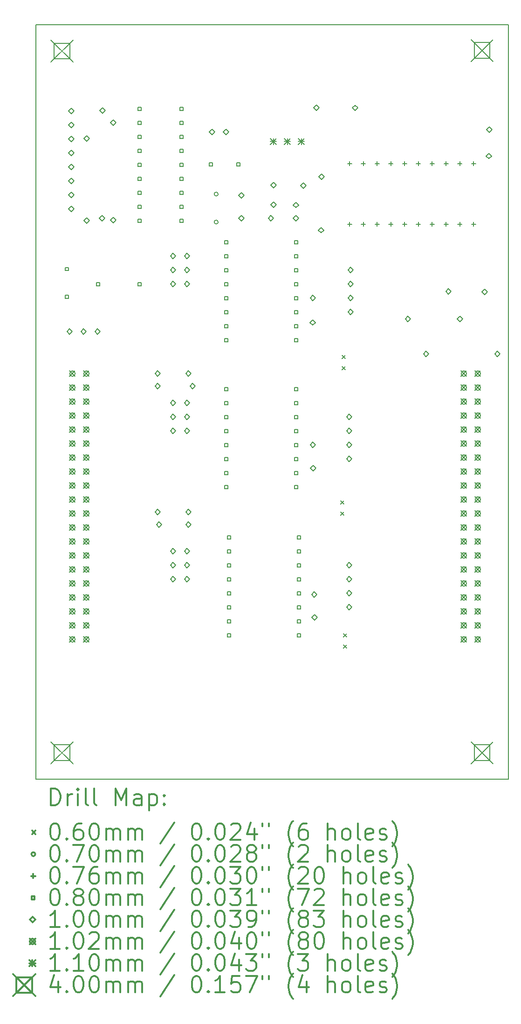
<source format=gbr>
%FSLAX45Y45*%
G04 Gerber Fmt 4.5, Leading zero omitted, Abs format (unit mm)*
G04 Created by KiCad (PCBNEW 5.1.6-c6e7f7d~86~ubuntu18.04.1) date 2020-07-03 15:56:59*
%MOMM*%
%LPD*%
G01*
G04 APERTURE LIST*
%TA.AperFunction,Profile*%
%ADD10C,0.150000*%
%TD*%
%ADD11C,0.200000*%
%ADD12C,0.300000*%
G04 APERTURE END LIST*
D10*
X13688000Y-16938000D02*
X13688000Y-3238000D01*
X5098000Y-16938000D02*
X13688000Y-16938000D01*
X5098000Y-16938000D02*
X5098000Y-3238000D01*
X5098000Y-3238000D02*
X13688000Y-3238000D01*
D11*
X10688800Y-14298800D02*
X10748800Y-14358800D01*
X10748800Y-14298800D02*
X10688800Y-14358800D01*
X10688800Y-14498800D02*
X10748800Y-14558800D01*
X10748800Y-14498800D02*
X10688800Y-14558800D01*
X10663400Y-9244200D02*
X10723400Y-9304200D01*
X10723400Y-9244200D02*
X10663400Y-9304200D01*
X10663400Y-9444200D02*
X10723400Y-9504200D01*
X10723400Y-9444200D02*
X10663400Y-9504200D01*
X10638000Y-11885800D02*
X10698000Y-11945800D01*
X10698000Y-11885800D02*
X10638000Y-11945800D01*
X10638000Y-12085800D02*
X10698000Y-12145800D01*
X10698000Y-12085800D02*
X10638000Y-12145800D01*
X8413000Y-6316000D02*
G75*
G03*
X8413000Y-6316000I-35000J0D01*
G01*
X8413000Y-6824000D02*
G75*
G03*
X8413000Y-6824000I-35000J0D01*
G01*
X10802600Y-5723100D02*
X10802600Y-5799300D01*
X10764500Y-5761200D02*
X10840700Y-5761200D01*
X10802600Y-6823100D02*
X10802600Y-6899300D01*
X10764500Y-6861200D02*
X10840700Y-6861200D01*
X11052600Y-5723100D02*
X11052600Y-5799300D01*
X11014500Y-5761200D02*
X11090700Y-5761200D01*
X11052600Y-6823100D02*
X11052600Y-6899300D01*
X11014500Y-6861200D02*
X11090700Y-6861200D01*
X11302600Y-5723100D02*
X11302600Y-5799300D01*
X11264500Y-5761200D02*
X11340700Y-5761200D01*
X11302600Y-6823100D02*
X11302600Y-6899300D01*
X11264500Y-6861200D02*
X11340700Y-6861200D01*
X11552600Y-5723100D02*
X11552600Y-5799300D01*
X11514500Y-5761200D02*
X11590700Y-5761200D01*
X11552600Y-6823100D02*
X11552600Y-6899300D01*
X11514500Y-6861200D02*
X11590700Y-6861200D01*
X11802600Y-5723100D02*
X11802600Y-5799300D01*
X11764500Y-5761200D02*
X11840700Y-5761200D01*
X11802600Y-6823100D02*
X11802600Y-6899300D01*
X11764500Y-6861200D02*
X11840700Y-6861200D01*
X12052600Y-5723100D02*
X12052600Y-5799300D01*
X12014500Y-5761200D02*
X12090700Y-5761200D01*
X12052600Y-6823100D02*
X12052600Y-6899300D01*
X12014500Y-6861200D02*
X12090700Y-6861200D01*
X12302600Y-5723100D02*
X12302600Y-5799300D01*
X12264500Y-5761200D02*
X12340700Y-5761200D01*
X12302600Y-6823100D02*
X12302600Y-6899300D01*
X12264500Y-6861200D02*
X12340700Y-6861200D01*
X12552600Y-5723100D02*
X12552600Y-5799300D01*
X12514500Y-5761200D02*
X12590700Y-5761200D01*
X12552600Y-6823100D02*
X12552600Y-6899300D01*
X12514500Y-6861200D02*
X12590700Y-6861200D01*
X12802600Y-5723100D02*
X12802600Y-5799300D01*
X12764500Y-5761200D02*
X12840700Y-5761200D01*
X12802600Y-6823100D02*
X12802600Y-6899300D01*
X12764500Y-6861200D02*
X12840700Y-6861200D01*
X13052600Y-5723100D02*
X13052600Y-5799300D01*
X13014500Y-5761200D02*
X13090700Y-5761200D01*
X13052600Y-6823100D02*
X13052600Y-6899300D01*
X13014500Y-6861200D02*
X13090700Y-6861200D01*
X8588085Y-9883485D02*
X8588085Y-9826916D01*
X8531516Y-9826916D01*
X8531516Y-9883485D01*
X8588085Y-9883485D01*
X8588085Y-10137485D02*
X8588085Y-10080916D01*
X8531516Y-10080916D01*
X8531516Y-10137485D01*
X8588085Y-10137485D01*
X8588085Y-10391485D02*
X8588085Y-10334916D01*
X8531516Y-10334916D01*
X8531516Y-10391485D01*
X8588085Y-10391485D01*
X8588085Y-10645485D02*
X8588085Y-10588916D01*
X8531516Y-10588916D01*
X8531516Y-10645485D01*
X8588085Y-10645485D01*
X8588085Y-10899485D02*
X8588085Y-10842916D01*
X8531516Y-10842916D01*
X8531516Y-10899485D01*
X8588085Y-10899485D01*
X8588085Y-11153485D02*
X8588085Y-11096916D01*
X8531516Y-11096916D01*
X8531516Y-11153485D01*
X8588085Y-11153485D01*
X8588085Y-11407484D02*
X8588085Y-11350915D01*
X8531516Y-11350915D01*
X8531516Y-11407484D01*
X8588085Y-11407484D01*
X8588085Y-11661484D02*
X8588085Y-11604915D01*
X8531516Y-11604915D01*
X8531516Y-11661484D01*
X8588085Y-11661484D01*
X9858085Y-9883485D02*
X9858085Y-9826916D01*
X9801516Y-9826916D01*
X9801516Y-9883485D01*
X9858085Y-9883485D01*
X9858085Y-10137485D02*
X9858085Y-10080916D01*
X9801516Y-10080916D01*
X9801516Y-10137485D01*
X9858085Y-10137485D01*
X9858085Y-10391485D02*
X9858085Y-10334916D01*
X9801516Y-10334916D01*
X9801516Y-10391485D01*
X9858085Y-10391485D01*
X9858085Y-10645485D02*
X9858085Y-10588916D01*
X9801516Y-10588916D01*
X9801516Y-10645485D01*
X9858085Y-10645485D01*
X9858085Y-10899485D02*
X9858085Y-10842916D01*
X9801516Y-10842916D01*
X9801516Y-10899485D01*
X9858085Y-10899485D01*
X9858085Y-11153485D02*
X9858085Y-11096916D01*
X9801516Y-11096916D01*
X9801516Y-11153485D01*
X9858085Y-11153485D01*
X9858085Y-11407484D02*
X9858085Y-11350915D01*
X9801516Y-11350915D01*
X9801516Y-11407484D01*
X9858085Y-11407484D01*
X9858085Y-11661484D02*
X9858085Y-11604915D01*
X9801516Y-11604915D01*
X9801516Y-11661484D01*
X9858085Y-11661484D01*
X5692484Y-7707084D02*
X5692484Y-7650515D01*
X5635915Y-7650515D01*
X5635915Y-7707084D01*
X5692484Y-7707084D01*
X5692484Y-8207084D02*
X5692484Y-8150515D01*
X5635915Y-8150515D01*
X5635915Y-8207084D01*
X5692484Y-8207084D01*
X7014284Y-4798285D02*
X7014284Y-4741716D01*
X6957715Y-4741716D01*
X6957715Y-4798285D01*
X7014284Y-4798285D01*
X7014284Y-5052285D02*
X7014284Y-4995716D01*
X6957715Y-4995716D01*
X6957715Y-5052285D01*
X7014284Y-5052285D01*
X7014284Y-5306285D02*
X7014284Y-5249716D01*
X6957715Y-5249716D01*
X6957715Y-5306285D01*
X7014284Y-5306285D01*
X7014284Y-5560285D02*
X7014284Y-5503716D01*
X6957715Y-5503716D01*
X6957715Y-5560285D01*
X7014284Y-5560285D01*
X7014284Y-5814284D02*
X7014284Y-5757715D01*
X6957715Y-5757715D01*
X6957715Y-5814284D01*
X7014284Y-5814284D01*
X7014284Y-6068284D02*
X7014284Y-6011715D01*
X6957715Y-6011715D01*
X6957715Y-6068284D01*
X7014284Y-6068284D01*
X7014284Y-6322284D02*
X7014284Y-6265715D01*
X6957715Y-6265715D01*
X6957715Y-6322284D01*
X7014284Y-6322284D01*
X7014284Y-6576284D02*
X7014284Y-6519715D01*
X6957715Y-6519715D01*
X6957715Y-6576284D01*
X7014284Y-6576284D01*
X7014284Y-6830284D02*
X7014284Y-6773715D01*
X6957715Y-6773715D01*
X6957715Y-6830284D01*
X7014284Y-6830284D01*
X7776284Y-4798285D02*
X7776284Y-4741716D01*
X7719715Y-4741716D01*
X7719715Y-4798285D01*
X7776284Y-4798285D01*
X7776284Y-5052285D02*
X7776284Y-4995716D01*
X7719715Y-4995716D01*
X7719715Y-5052285D01*
X7776284Y-5052285D01*
X7776284Y-5306285D02*
X7776284Y-5249716D01*
X7719715Y-5249716D01*
X7719715Y-5306285D01*
X7776284Y-5306285D01*
X7776284Y-5560285D02*
X7776284Y-5503716D01*
X7719715Y-5503716D01*
X7719715Y-5560285D01*
X7776284Y-5560285D01*
X7776284Y-5814284D02*
X7776284Y-5757715D01*
X7719715Y-5757715D01*
X7719715Y-5814284D01*
X7776284Y-5814284D01*
X7776284Y-6068284D02*
X7776284Y-6011715D01*
X7719715Y-6011715D01*
X7719715Y-6068284D01*
X7776284Y-6068284D01*
X7776284Y-6322284D02*
X7776284Y-6265715D01*
X7719715Y-6265715D01*
X7719715Y-6322284D01*
X7776284Y-6322284D01*
X7776284Y-6576284D02*
X7776284Y-6519715D01*
X7719715Y-6519715D01*
X7719715Y-6576284D01*
X7776284Y-6576284D01*
X7776284Y-6830284D02*
X7776284Y-6773715D01*
X7719715Y-6773715D01*
X7719715Y-6830284D01*
X7776284Y-6830284D01*
X8588085Y-7216484D02*
X8588085Y-7159915D01*
X8531516Y-7159915D01*
X8531516Y-7216484D01*
X8588085Y-7216484D01*
X8588085Y-7470484D02*
X8588085Y-7413915D01*
X8531516Y-7413915D01*
X8531516Y-7470484D01*
X8588085Y-7470484D01*
X8588085Y-7724484D02*
X8588085Y-7667915D01*
X8531516Y-7667915D01*
X8531516Y-7724484D01*
X8588085Y-7724484D01*
X8588085Y-7978484D02*
X8588085Y-7921915D01*
X8531516Y-7921915D01*
X8531516Y-7978484D01*
X8588085Y-7978484D01*
X8588085Y-8232484D02*
X8588085Y-8175915D01*
X8531516Y-8175915D01*
X8531516Y-8232484D01*
X8588085Y-8232484D01*
X8588085Y-8486485D02*
X8588085Y-8429916D01*
X8531516Y-8429916D01*
X8531516Y-8486485D01*
X8588085Y-8486485D01*
X8588085Y-8740485D02*
X8588085Y-8683916D01*
X8531516Y-8683916D01*
X8531516Y-8740485D01*
X8588085Y-8740485D01*
X8588085Y-8994485D02*
X8588085Y-8937916D01*
X8531516Y-8937916D01*
X8531516Y-8994485D01*
X8588085Y-8994485D01*
X9858085Y-7216484D02*
X9858085Y-7159915D01*
X9801516Y-7159915D01*
X9801516Y-7216484D01*
X9858085Y-7216484D01*
X9858085Y-7470484D02*
X9858085Y-7413915D01*
X9801516Y-7413915D01*
X9801516Y-7470484D01*
X9858085Y-7470484D01*
X9858085Y-7724484D02*
X9858085Y-7667915D01*
X9801516Y-7667915D01*
X9801516Y-7724484D01*
X9858085Y-7724484D01*
X9858085Y-7978484D02*
X9858085Y-7921915D01*
X9801516Y-7921915D01*
X9801516Y-7978484D01*
X9858085Y-7978484D01*
X9858085Y-8232484D02*
X9858085Y-8175915D01*
X9801516Y-8175915D01*
X9801516Y-8232484D01*
X9858085Y-8232484D01*
X9858085Y-8486485D02*
X9858085Y-8429916D01*
X9801516Y-8429916D01*
X9801516Y-8486485D01*
X9858085Y-8486485D01*
X9858085Y-8740485D02*
X9858085Y-8683916D01*
X9801516Y-8683916D01*
X9801516Y-8740485D01*
X9858085Y-8740485D01*
X9858085Y-8994485D02*
X9858085Y-8937916D01*
X9801516Y-8937916D01*
X9801516Y-8994485D01*
X9858085Y-8994485D01*
X8638885Y-12575884D02*
X8638885Y-12519315D01*
X8582316Y-12519315D01*
X8582316Y-12575884D01*
X8638885Y-12575884D01*
X8638885Y-12829884D02*
X8638885Y-12773315D01*
X8582316Y-12773315D01*
X8582316Y-12829884D01*
X8638885Y-12829884D01*
X8638885Y-13083884D02*
X8638885Y-13027315D01*
X8582316Y-13027315D01*
X8582316Y-13083884D01*
X8638885Y-13083884D01*
X8638885Y-13337884D02*
X8638885Y-13281315D01*
X8582316Y-13281315D01*
X8582316Y-13337884D01*
X8638885Y-13337884D01*
X8638885Y-13591884D02*
X8638885Y-13535315D01*
X8582316Y-13535315D01*
X8582316Y-13591884D01*
X8638885Y-13591884D01*
X8638885Y-13845884D02*
X8638885Y-13789315D01*
X8582316Y-13789315D01*
X8582316Y-13845884D01*
X8638885Y-13845884D01*
X8638885Y-14099884D02*
X8638885Y-14043315D01*
X8582316Y-14043315D01*
X8582316Y-14099884D01*
X8638885Y-14099884D01*
X8638885Y-14353884D02*
X8638885Y-14297315D01*
X8582316Y-14297315D01*
X8582316Y-14353884D01*
X8638885Y-14353884D01*
X9908885Y-12575884D02*
X9908885Y-12519315D01*
X9852316Y-12519315D01*
X9852316Y-12575884D01*
X9908885Y-12575884D01*
X9908885Y-12829884D02*
X9908885Y-12773315D01*
X9852316Y-12773315D01*
X9852316Y-12829884D01*
X9908885Y-12829884D01*
X9908885Y-13083884D02*
X9908885Y-13027315D01*
X9852316Y-13027315D01*
X9852316Y-13083884D01*
X9908885Y-13083884D01*
X9908885Y-13337884D02*
X9908885Y-13281315D01*
X9852316Y-13281315D01*
X9852316Y-13337884D01*
X9908885Y-13337884D01*
X9908885Y-13591884D02*
X9908885Y-13535315D01*
X9852316Y-13535315D01*
X9852316Y-13591884D01*
X9908885Y-13591884D01*
X9908885Y-13845884D02*
X9908885Y-13789315D01*
X9852316Y-13789315D01*
X9852316Y-13845884D01*
X9908885Y-13845884D01*
X9908885Y-14099884D02*
X9908885Y-14043315D01*
X9852316Y-14043315D01*
X9852316Y-14099884D01*
X9908885Y-14099884D01*
X9908885Y-14353884D02*
X9908885Y-14297315D01*
X9852316Y-14297315D01*
X9852316Y-14353884D01*
X9908885Y-14353884D01*
X8307284Y-5806284D02*
X8307284Y-5749715D01*
X8250715Y-5749715D01*
X8250715Y-5806284D01*
X8307284Y-5806284D01*
X8807285Y-5806284D02*
X8807285Y-5749715D01*
X8750716Y-5749715D01*
X8750716Y-5806284D01*
X8807285Y-5806284D01*
X6263284Y-7978484D02*
X6263284Y-7921915D01*
X6206715Y-7921915D01*
X6206715Y-7978484D01*
X6263284Y-7978484D01*
X7013284Y-7978484D02*
X7013284Y-7921915D01*
X6956715Y-7921915D01*
X6956715Y-7978484D01*
X7013284Y-7978484D01*
X6022000Y-6845000D02*
X6072000Y-6795000D01*
X6022000Y-6745000D01*
X5972000Y-6795000D01*
X6022000Y-6845000D01*
X6028000Y-5358000D02*
X6078000Y-5308000D01*
X6028000Y-5258000D01*
X5978000Y-5308000D01*
X6028000Y-5358000D01*
X6306000Y-6806200D02*
X6356000Y-6756200D01*
X6306000Y-6706200D01*
X6256000Y-6756200D01*
X6306000Y-6806200D01*
X6310000Y-4851000D02*
X6360000Y-4801000D01*
X6310000Y-4751000D01*
X6260000Y-4801000D01*
X6310000Y-4851000D01*
X6508363Y-5071363D02*
X6558363Y-5021363D01*
X6508363Y-4971363D01*
X6458363Y-5021363D01*
X6508363Y-5071363D01*
X6510000Y-6839000D02*
X6560000Y-6789000D01*
X6510000Y-6739000D01*
X6460000Y-6789000D01*
X6510000Y-6839000D01*
X7315200Y-9625800D02*
X7365200Y-9575800D01*
X7315200Y-9525800D01*
X7265200Y-9575800D01*
X7315200Y-9625800D01*
X7315200Y-9854400D02*
X7365200Y-9804400D01*
X7315200Y-9754400D01*
X7265200Y-9804400D01*
X7315200Y-9854400D01*
X7315200Y-12140400D02*
X7365200Y-12090400D01*
X7315200Y-12040400D01*
X7265200Y-12090400D01*
X7315200Y-12140400D01*
X7340600Y-12369000D02*
X7390600Y-12319000D01*
X7340600Y-12269000D01*
X7290600Y-12319000D01*
X7340600Y-12369000D01*
X7874000Y-9625800D02*
X7924000Y-9575800D01*
X7874000Y-9525800D01*
X7824000Y-9575800D01*
X7874000Y-9625800D01*
X7874000Y-12140400D02*
X7924000Y-12090400D01*
X7874000Y-12040400D01*
X7824000Y-12090400D01*
X7874000Y-12140400D01*
X7874000Y-12369000D02*
X7924000Y-12319000D01*
X7874000Y-12269000D01*
X7824000Y-12319000D01*
X7874000Y-12369000D01*
X7950200Y-9854400D02*
X8000200Y-9804400D01*
X7950200Y-9754400D01*
X7900200Y-9804400D01*
X7950200Y-9854400D01*
X8836000Y-6387000D02*
X8886000Y-6337000D01*
X8836000Y-6287000D01*
X8786000Y-6337000D01*
X8836000Y-6387000D01*
X8836000Y-6804000D02*
X8886000Y-6754000D01*
X8836000Y-6704000D01*
X8786000Y-6754000D01*
X8836000Y-6804000D01*
X9372600Y-6806400D02*
X9422600Y-6756400D01*
X9372600Y-6706400D01*
X9322600Y-6756400D01*
X9372600Y-6806400D01*
X9421000Y-6560000D02*
X9471000Y-6510000D01*
X9421000Y-6460000D01*
X9371000Y-6510000D01*
X9421000Y-6560000D01*
X9422000Y-6205000D02*
X9472000Y-6155000D01*
X9422000Y-6105000D01*
X9372000Y-6155000D01*
X9422000Y-6205000D01*
X9823400Y-6806400D02*
X9873400Y-6756400D01*
X9823400Y-6706400D01*
X9773400Y-6756400D01*
X9823400Y-6806400D01*
X9827000Y-6564000D02*
X9877000Y-6514000D01*
X9827000Y-6464000D01*
X9777000Y-6514000D01*
X9827000Y-6564000D01*
X9962000Y-6210000D02*
X10012000Y-6160000D01*
X9962000Y-6110000D01*
X9912000Y-6160000D01*
X9962000Y-6210000D01*
X10133000Y-8698000D02*
X10183000Y-8648000D01*
X10133000Y-8598000D01*
X10083000Y-8648000D01*
X10133000Y-8698000D01*
X10134600Y-8254200D02*
X10184600Y-8204200D01*
X10134600Y-8154200D01*
X10084600Y-8204200D01*
X10134600Y-8254200D01*
X10134600Y-10921200D02*
X10184600Y-10871200D01*
X10134600Y-10821200D01*
X10084600Y-10871200D01*
X10134600Y-10921200D01*
X10138000Y-11343000D02*
X10188000Y-11293000D01*
X10138000Y-11243000D01*
X10088000Y-11293000D01*
X10138000Y-11343000D01*
X10160000Y-13639000D02*
X10210000Y-13589000D01*
X10160000Y-13539000D01*
X10110000Y-13589000D01*
X10160000Y-13639000D01*
X10163000Y-14053000D02*
X10213000Y-14003000D01*
X10163000Y-13953000D01*
X10113000Y-14003000D01*
X10163000Y-14053000D01*
X10201000Y-4797000D02*
X10251000Y-4747000D01*
X10201000Y-4697000D01*
X10151000Y-4747000D01*
X10201000Y-4797000D01*
X10284000Y-7021000D02*
X10334000Y-6971000D01*
X10284000Y-6921000D01*
X10234000Y-6971000D01*
X10284000Y-7021000D01*
X10289000Y-6049000D02*
X10339000Y-5999000D01*
X10289000Y-5949000D01*
X10239000Y-5999000D01*
X10289000Y-6049000D01*
X10903000Y-4802000D02*
X10953000Y-4752000D01*
X10903000Y-4702000D01*
X10853000Y-4752000D01*
X10903000Y-4802000D01*
X11861800Y-8635200D02*
X11911800Y-8585200D01*
X11861800Y-8535200D01*
X11811800Y-8585200D01*
X11861800Y-8635200D01*
X12192000Y-9270200D02*
X12242000Y-9220200D01*
X12192000Y-9170200D01*
X12142000Y-9220200D01*
X12192000Y-9270200D01*
X12599000Y-8131000D02*
X12649000Y-8081000D01*
X12599000Y-8031000D01*
X12549000Y-8081000D01*
X12599000Y-8131000D01*
X12806000Y-8635000D02*
X12856000Y-8585000D01*
X12806000Y-8535000D01*
X12756000Y-8585000D01*
X12806000Y-8635000D01*
X13257000Y-8146000D02*
X13307000Y-8096000D01*
X13257000Y-8046000D01*
X13207000Y-8096000D01*
X13257000Y-8146000D01*
X13334000Y-5675000D02*
X13384000Y-5625000D01*
X13334000Y-5575000D01*
X13284000Y-5625000D01*
X13334000Y-5675000D01*
X13338365Y-5198635D02*
X13388365Y-5148635D01*
X13338365Y-5098635D01*
X13288365Y-5148635D01*
X13338365Y-5198635D01*
X13487400Y-9270200D02*
X13537400Y-9220200D01*
X13487400Y-9170200D01*
X13437400Y-9220200D01*
X13487400Y-9270200D01*
X7594600Y-10159200D02*
X7644600Y-10109200D01*
X7594600Y-10059200D01*
X7544600Y-10109200D01*
X7594600Y-10159200D01*
X7594600Y-10413200D02*
X7644600Y-10363200D01*
X7594600Y-10313200D01*
X7544600Y-10363200D01*
X7594600Y-10413200D01*
X7594600Y-10667200D02*
X7644600Y-10617200D01*
X7594600Y-10567200D01*
X7544600Y-10617200D01*
X7594600Y-10667200D01*
X7848600Y-10159200D02*
X7898600Y-10109200D01*
X7848600Y-10059200D01*
X7798600Y-10109200D01*
X7848600Y-10159200D01*
X7848600Y-10413200D02*
X7898600Y-10363200D01*
X7848600Y-10313200D01*
X7798600Y-10363200D01*
X7848600Y-10413200D01*
X7848600Y-10667200D02*
X7898600Y-10617200D01*
X7848600Y-10567200D01*
X7798600Y-10617200D01*
X7848600Y-10667200D01*
X10795000Y-10413200D02*
X10845000Y-10363200D01*
X10795000Y-10313200D01*
X10745000Y-10363200D01*
X10795000Y-10413200D01*
X10795000Y-10667200D02*
X10845000Y-10617200D01*
X10795000Y-10567200D01*
X10745000Y-10617200D01*
X10795000Y-10667200D01*
X10795000Y-10921200D02*
X10845000Y-10871200D01*
X10795000Y-10821200D01*
X10745000Y-10871200D01*
X10795000Y-10921200D01*
X10795000Y-11175200D02*
X10845000Y-11125200D01*
X10795000Y-11075200D01*
X10745000Y-11125200D01*
X10795000Y-11175200D01*
X7594600Y-7492200D02*
X7644600Y-7442200D01*
X7594600Y-7392200D01*
X7544600Y-7442200D01*
X7594600Y-7492200D01*
X7594600Y-7746200D02*
X7644600Y-7696200D01*
X7594600Y-7646200D01*
X7544600Y-7696200D01*
X7594600Y-7746200D01*
X7594600Y-8000200D02*
X7644600Y-7950200D01*
X7594600Y-7900200D01*
X7544600Y-7950200D01*
X7594600Y-8000200D01*
X7848600Y-7492200D02*
X7898600Y-7442200D01*
X7848600Y-7392200D01*
X7798600Y-7442200D01*
X7848600Y-7492200D01*
X7848600Y-7746200D02*
X7898600Y-7696200D01*
X7848600Y-7646200D01*
X7798600Y-7696200D01*
X7848600Y-7746200D01*
X7848600Y-8000200D02*
X7898600Y-7950200D01*
X7848600Y-7900200D01*
X7798600Y-7950200D01*
X7848600Y-8000200D01*
X5715000Y-8863800D02*
X5765000Y-8813800D01*
X5715000Y-8763800D01*
X5665000Y-8813800D01*
X5715000Y-8863800D01*
X5969000Y-8863800D02*
X6019000Y-8813800D01*
X5969000Y-8763800D01*
X5919000Y-8813800D01*
X5969000Y-8863800D01*
X6223000Y-8863800D02*
X6273000Y-8813800D01*
X6223000Y-8763800D01*
X6173000Y-8813800D01*
X6223000Y-8863800D01*
X5748000Y-4855000D02*
X5798000Y-4805000D01*
X5748000Y-4755000D01*
X5698000Y-4805000D01*
X5748000Y-4855000D01*
X5748000Y-5109000D02*
X5798000Y-5059000D01*
X5748000Y-5009000D01*
X5698000Y-5059000D01*
X5748000Y-5109000D01*
X5748000Y-5363000D02*
X5798000Y-5313000D01*
X5748000Y-5263000D01*
X5698000Y-5313000D01*
X5748000Y-5363000D01*
X5748000Y-5617000D02*
X5798000Y-5567000D01*
X5748000Y-5517000D01*
X5698000Y-5567000D01*
X5748000Y-5617000D01*
X5748000Y-5871000D02*
X5798000Y-5821000D01*
X5748000Y-5771000D01*
X5698000Y-5821000D01*
X5748000Y-5871000D01*
X5748000Y-6125000D02*
X5798000Y-6075000D01*
X5748000Y-6025000D01*
X5698000Y-6075000D01*
X5748000Y-6125000D01*
X5748000Y-6379000D02*
X5798000Y-6329000D01*
X5748000Y-6279000D01*
X5698000Y-6329000D01*
X5748000Y-6379000D01*
X5748000Y-6633000D02*
X5798000Y-6583000D01*
X5748000Y-6533000D01*
X5698000Y-6583000D01*
X5748000Y-6633000D01*
X10795000Y-13105600D02*
X10845000Y-13055600D01*
X10795000Y-13005600D01*
X10745000Y-13055600D01*
X10795000Y-13105600D01*
X10795000Y-13359600D02*
X10845000Y-13309600D01*
X10795000Y-13259600D01*
X10745000Y-13309600D01*
X10795000Y-13359600D01*
X10795000Y-13613600D02*
X10845000Y-13563600D01*
X10795000Y-13513600D01*
X10745000Y-13563600D01*
X10795000Y-13613600D01*
X10795000Y-13867600D02*
X10845000Y-13817600D01*
X10795000Y-13767600D01*
X10745000Y-13817600D01*
X10795000Y-13867600D01*
X8299000Y-5242000D02*
X8349000Y-5192000D01*
X8299000Y-5142000D01*
X8249000Y-5192000D01*
X8299000Y-5242000D01*
X8553000Y-5242000D02*
X8603000Y-5192000D01*
X8553000Y-5142000D01*
X8503000Y-5192000D01*
X8553000Y-5242000D01*
X10820400Y-7746200D02*
X10870400Y-7696200D01*
X10820400Y-7646200D01*
X10770400Y-7696200D01*
X10820400Y-7746200D01*
X10820400Y-8000200D02*
X10870400Y-7950200D01*
X10820400Y-7900200D01*
X10770400Y-7950200D01*
X10820400Y-8000200D01*
X10820400Y-8254200D02*
X10870400Y-8204200D01*
X10820400Y-8154200D01*
X10770400Y-8204200D01*
X10820400Y-8254200D01*
X10820400Y-8508200D02*
X10870400Y-8458200D01*
X10820400Y-8408200D01*
X10770400Y-8458200D01*
X10820400Y-8508200D01*
X7594600Y-12851600D02*
X7644600Y-12801600D01*
X7594600Y-12751600D01*
X7544600Y-12801600D01*
X7594600Y-12851600D01*
X7594600Y-13105600D02*
X7644600Y-13055600D01*
X7594600Y-13005600D01*
X7544600Y-13055600D01*
X7594600Y-13105600D01*
X7594600Y-13359600D02*
X7644600Y-13309600D01*
X7594600Y-13259600D01*
X7544600Y-13309600D01*
X7594600Y-13359600D01*
X7848600Y-12851600D02*
X7898600Y-12801600D01*
X7848600Y-12751600D01*
X7798600Y-12801600D01*
X7848600Y-12851600D01*
X7848600Y-13105600D02*
X7898600Y-13055600D01*
X7848600Y-13005600D01*
X7798600Y-13055600D01*
X7848600Y-13105600D01*
X7848600Y-13359600D02*
X7898600Y-13309600D01*
X7848600Y-13259600D01*
X7798600Y-13309600D01*
X7848600Y-13359600D01*
X5715000Y-9525000D02*
X5816600Y-9626600D01*
X5816600Y-9525000D02*
X5715000Y-9626600D01*
X5816600Y-9575800D02*
G75*
G03*
X5816600Y-9575800I-50800J0D01*
G01*
X5715000Y-9779000D02*
X5816600Y-9880600D01*
X5816600Y-9779000D02*
X5715000Y-9880600D01*
X5816600Y-9829800D02*
G75*
G03*
X5816600Y-9829800I-50800J0D01*
G01*
X5715000Y-10033000D02*
X5816600Y-10134600D01*
X5816600Y-10033000D02*
X5715000Y-10134600D01*
X5816600Y-10083800D02*
G75*
G03*
X5816600Y-10083800I-50800J0D01*
G01*
X5715000Y-10287000D02*
X5816600Y-10388600D01*
X5816600Y-10287000D02*
X5715000Y-10388600D01*
X5816600Y-10337800D02*
G75*
G03*
X5816600Y-10337800I-50800J0D01*
G01*
X5715000Y-10541000D02*
X5816600Y-10642600D01*
X5816600Y-10541000D02*
X5715000Y-10642600D01*
X5816600Y-10591800D02*
G75*
G03*
X5816600Y-10591800I-50800J0D01*
G01*
X5715000Y-10795000D02*
X5816600Y-10896600D01*
X5816600Y-10795000D02*
X5715000Y-10896600D01*
X5816600Y-10845800D02*
G75*
G03*
X5816600Y-10845800I-50800J0D01*
G01*
X5715000Y-11049000D02*
X5816600Y-11150600D01*
X5816600Y-11049000D02*
X5715000Y-11150600D01*
X5816600Y-11099800D02*
G75*
G03*
X5816600Y-11099800I-50800J0D01*
G01*
X5715000Y-11303000D02*
X5816600Y-11404600D01*
X5816600Y-11303000D02*
X5715000Y-11404600D01*
X5816600Y-11353800D02*
G75*
G03*
X5816600Y-11353800I-50800J0D01*
G01*
X5715000Y-11557000D02*
X5816600Y-11658600D01*
X5816600Y-11557000D02*
X5715000Y-11658600D01*
X5816600Y-11607800D02*
G75*
G03*
X5816600Y-11607800I-50800J0D01*
G01*
X5715000Y-11811000D02*
X5816600Y-11912600D01*
X5816600Y-11811000D02*
X5715000Y-11912600D01*
X5816600Y-11861800D02*
G75*
G03*
X5816600Y-11861800I-50800J0D01*
G01*
X5715000Y-12065000D02*
X5816600Y-12166600D01*
X5816600Y-12065000D02*
X5715000Y-12166600D01*
X5816600Y-12115800D02*
G75*
G03*
X5816600Y-12115800I-50800J0D01*
G01*
X5715000Y-12319000D02*
X5816600Y-12420600D01*
X5816600Y-12319000D02*
X5715000Y-12420600D01*
X5816600Y-12369800D02*
G75*
G03*
X5816600Y-12369800I-50800J0D01*
G01*
X5715000Y-12573000D02*
X5816600Y-12674600D01*
X5816600Y-12573000D02*
X5715000Y-12674600D01*
X5816600Y-12623800D02*
G75*
G03*
X5816600Y-12623800I-50800J0D01*
G01*
X5715000Y-12827000D02*
X5816600Y-12928600D01*
X5816600Y-12827000D02*
X5715000Y-12928600D01*
X5816600Y-12877800D02*
G75*
G03*
X5816600Y-12877800I-50800J0D01*
G01*
X5715000Y-13081000D02*
X5816600Y-13182600D01*
X5816600Y-13081000D02*
X5715000Y-13182600D01*
X5816600Y-13131800D02*
G75*
G03*
X5816600Y-13131800I-50800J0D01*
G01*
X5715000Y-13335000D02*
X5816600Y-13436600D01*
X5816600Y-13335000D02*
X5715000Y-13436600D01*
X5816600Y-13385800D02*
G75*
G03*
X5816600Y-13385800I-50800J0D01*
G01*
X5715000Y-13589000D02*
X5816600Y-13690600D01*
X5816600Y-13589000D02*
X5715000Y-13690600D01*
X5816600Y-13639800D02*
G75*
G03*
X5816600Y-13639800I-50800J0D01*
G01*
X5715000Y-13843000D02*
X5816600Y-13944600D01*
X5816600Y-13843000D02*
X5715000Y-13944600D01*
X5816600Y-13893800D02*
G75*
G03*
X5816600Y-13893800I-50800J0D01*
G01*
X5715000Y-14097000D02*
X5816600Y-14198600D01*
X5816600Y-14097000D02*
X5715000Y-14198600D01*
X5816600Y-14147800D02*
G75*
G03*
X5816600Y-14147800I-50800J0D01*
G01*
X5715000Y-14351000D02*
X5816600Y-14452600D01*
X5816600Y-14351000D02*
X5715000Y-14452600D01*
X5816600Y-14401800D02*
G75*
G03*
X5816600Y-14401800I-50800J0D01*
G01*
X5969000Y-9525000D02*
X6070600Y-9626600D01*
X6070600Y-9525000D02*
X5969000Y-9626600D01*
X6070600Y-9575800D02*
G75*
G03*
X6070600Y-9575800I-50800J0D01*
G01*
X5969000Y-9779000D02*
X6070600Y-9880600D01*
X6070600Y-9779000D02*
X5969000Y-9880600D01*
X6070600Y-9829800D02*
G75*
G03*
X6070600Y-9829800I-50800J0D01*
G01*
X5969000Y-10033000D02*
X6070600Y-10134600D01*
X6070600Y-10033000D02*
X5969000Y-10134600D01*
X6070600Y-10083800D02*
G75*
G03*
X6070600Y-10083800I-50800J0D01*
G01*
X5969000Y-10287000D02*
X6070600Y-10388600D01*
X6070600Y-10287000D02*
X5969000Y-10388600D01*
X6070600Y-10337800D02*
G75*
G03*
X6070600Y-10337800I-50800J0D01*
G01*
X5969000Y-10541000D02*
X6070600Y-10642600D01*
X6070600Y-10541000D02*
X5969000Y-10642600D01*
X6070600Y-10591800D02*
G75*
G03*
X6070600Y-10591800I-50800J0D01*
G01*
X5969000Y-10795000D02*
X6070600Y-10896600D01*
X6070600Y-10795000D02*
X5969000Y-10896600D01*
X6070600Y-10845800D02*
G75*
G03*
X6070600Y-10845800I-50800J0D01*
G01*
X5969000Y-11049000D02*
X6070600Y-11150600D01*
X6070600Y-11049000D02*
X5969000Y-11150600D01*
X6070600Y-11099800D02*
G75*
G03*
X6070600Y-11099800I-50800J0D01*
G01*
X5969000Y-11303000D02*
X6070600Y-11404600D01*
X6070600Y-11303000D02*
X5969000Y-11404600D01*
X6070600Y-11353800D02*
G75*
G03*
X6070600Y-11353800I-50800J0D01*
G01*
X5969000Y-11557000D02*
X6070600Y-11658600D01*
X6070600Y-11557000D02*
X5969000Y-11658600D01*
X6070600Y-11607800D02*
G75*
G03*
X6070600Y-11607800I-50800J0D01*
G01*
X5969000Y-11811000D02*
X6070600Y-11912600D01*
X6070600Y-11811000D02*
X5969000Y-11912600D01*
X6070600Y-11861800D02*
G75*
G03*
X6070600Y-11861800I-50800J0D01*
G01*
X5969000Y-12065000D02*
X6070600Y-12166600D01*
X6070600Y-12065000D02*
X5969000Y-12166600D01*
X6070600Y-12115800D02*
G75*
G03*
X6070600Y-12115800I-50800J0D01*
G01*
X5969000Y-12319000D02*
X6070600Y-12420600D01*
X6070600Y-12319000D02*
X5969000Y-12420600D01*
X6070600Y-12369800D02*
G75*
G03*
X6070600Y-12369800I-50800J0D01*
G01*
X5969000Y-12573000D02*
X6070600Y-12674600D01*
X6070600Y-12573000D02*
X5969000Y-12674600D01*
X6070600Y-12623800D02*
G75*
G03*
X6070600Y-12623800I-50800J0D01*
G01*
X5969000Y-12827000D02*
X6070600Y-12928600D01*
X6070600Y-12827000D02*
X5969000Y-12928600D01*
X6070600Y-12877800D02*
G75*
G03*
X6070600Y-12877800I-50800J0D01*
G01*
X5969000Y-13081000D02*
X6070600Y-13182600D01*
X6070600Y-13081000D02*
X5969000Y-13182600D01*
X6070600Y-13131800D02*
G75*
G03*
X6070600Y-13131800I-50800J0D01*
G01*
X5969000Y-13335000D02*
X6070600Y-13436600D01*
X6070600Y-13335000D02*
X5969000Y-13436600D01*
X6070600Y-13385800D02*
G75*
G03*
X6070600Y-13385800I-50800J0D01*
G01*
X5969000Y-13589000D02*
X6070600Y-13690600D01*
X6070600Y-13589000D02*
X5969000Y-13690600D01*
X6070600Y-13639800D02*
G75*
G03*
X6070600Y-13639800I-50800J0D01*
G01*
X5969000Y-13843000D02*
X6070600Y-13944600D01*
X6070600Y-13843000D02*
X5969000Y-13944600D01*
X6070600Y-13893800D02*
G75*
G03*
X6070600Y-13893800I-50800J0D01*
G01*
X5969000Y-14097000D02*
X6070600Y-14198600D01*
X6070600Y-14097000D02*
X5969000Y-14198600D01*
X6070600Y-14147800D02*
G75*
G03*
X6070600Y-14147800I-50800J0D01*
G01*
X5969000Y-14351000D02*
X6070600Y-14452600D01*
X6070600Y-14351000D02*
X5969000Y-14452600D01*
X6070600Y-14401800D02*
G75*
G03*
X6070600Y-14401800I-50800J0D01*
G01*
X12827000Y-9525000D02*
X12928600Y-9626600D01*
X12928600Y-9525000D02*
X12827000Y-9626600D01*
X12928600Y-9575800D02*
G75*
G03*
X12928600Y-9575800I-50800J0D01*
G01*
X12827000Y-9779000D02*
X12928600Y-9880600D01*
X12928600Y-9779000D02*
X12827000Y-9880600D01*
X12928600Y-9829800D02*
G75*
G03*
X12928600Y-9829800I-50800J0D01*
G01*
X12827000Y-10033000D02*
X12928600Y-10134600D01*
X12928600Y-10033000D02*
X12827000Y-10134600D01*
X12928600Y-10083800D02*
G75*
G03*
X12928600Y-10083800I-50800J0D01*
G01*
X12827000Y-10287000D02*
X12928600Y-10388600D01*
X12928600Y-10287000D02*
X12827000Y-10388600D01*
X12928600Y-10337800D02*
G75*
G03*
X12928600Y-10337800I-50800J0D01*
G01*
X12827000Y-10541000D02*
X12928600Y-10642600D01*
X12928600Y-10541000D02*
X12827000Y-10642600D01*
X12928600Y-10591800D02*
G75*
G03*
X12928600Y-10591800I-50800J0D01*
G01*
X12827000Y-10795000D02*
X12928600Y-10896600D01*
X12928600Y-10795000D02*
X12827000Y-10896600D01*
X12928600Y-10845800D02*
G75*
G03*
X12928600Y-10845800I-50800J0D01*
G01*
X12827000Y-11049000D02*
X12928600Y-11150600D01*
X12928600Y-11049000D02*
X12827000Y-11150600D01*
X12928600Y-11099800D02*
G75*
G03*
X12928600Y-11099800I-50800J0D01*
G01*
X12827000Y-11303000D02*
X12928600Y-11404600D01*
X12928600Y-11303000D02*
X12827000Y-11404600D01*
X12928600Y-11353800D02*
G75*
G03*
X12928600Y-11353800I-50800J0D01*
G01*
X12827000Y-11557000D02*
X12928600Y-11658600D01*
X12928600Y-11557000D02*
X12827000Y-11658600D01*
X12928600Y-11607800D02*
G75*
G03*
X12928600Y-11607800I-50800J0D01*
G01*
X12827000Y-11811000D02*
X12928600Y-11912600D01*
X12928600Y-11811000D02*
X12827000Y-11912600D01*
X12928600Y-11861800D02*
G75*
G03*
X12928600Y-11861800I-50800J0D01*
G01*
X12827000Y-12065000D02*
X12928600Y-12166600D01*
X12928600Y-12065000D02*
X12827000Y-12166600D01*
X12928600Y-12115800D02*
G75*
G03*
X12928600Y-12115800I-50800J0D01*
G01*
X12827000Y-12319000D02*
X12928600Y-12420600D01*
X12928600Y-12319000D02*
X12827000Y-12420600D01*
X12928600Y-12369800D02*
G75*
G03*
X12928600Y-12369800I-50800J0D01*
G01*
X12827000Y-12573000D02*
X12928600Y-12674600D01*
X12928600Y-12573000D02*
X12827000Y-12674600D01*
X12928600Y-12623800D02*
G75*
G03*
X12928600Y-12623800I-50800J0D01*
G01*
X12827000Y-12827000D02*
X12928600Y-12928600D01*
X12928600Y-12827000D02*
X12827000Y-12928600D01*
X12928600Y-12877800D02*
G75*
G03*
X12928600Y-12877800I-50800J0D01*
G01*
X12827000Y-13081000D02*
X12928600Y-13182600D01*
X12928600Y-13081000D02*
X12827000Y-13182600D01*
X12928600Y-13131800D02*
G75*
G03*
X12928600Y-13131800I-50800J0D01*
G01*
X12827000Y-13335000D02*
X12928600Y-13436600D01*
X12928600Y-13335000D02*
X12827000Y-13436600D01*
X12928600Y-13385800D02*
G75*
G03*
X12928600Y-13385800I-50800J0D01*
G01*
X12827000Y-13589000D02*
X12928600Y-13690600D01*
X12928600Y-13589000D02*
X12827000Y-13690600D01*
X12928600Y-13639800D02*
G75*
G03*
X12928600Y-13639800I-50800J0D01*
G01*
X12827000Y-13843000D02*
X12928600Y-13944600D01*
X12928600Y-13843000D02*
X12827000Y-13944600D01*
X12928600Y-13893800D02*
G75*
G03*
X12928600Y-13893800I-50800J0D01*
G01*
X12827000Y-14097000D02*
X12928600Y-14198600D01*
X12928600Y-14097000D02*
X12827000Y-14198600D01*
X12928600Y-14147800D02*
G75*
G03*
X12928600Y-14147800I-50800J0D01*
G01*
X12827000Y-14351000D02*
X12928600Y-14452600D01*
X12928600Y-14351000D02*
X12827000Y-14452600D01*
X12928600Y-14401800D02*
G75*
G03*
X12928600Y-14401800I-50800J0D01*
G01*
X13081000Y-9525000D02*
X13182600Y-9626600D01*
X13182600Y-9525000D02*
X13081000Y-9626600D01*
X13182600Y-9575800D02*
G75*
G03*
X13182600Y-9575800I-50800J0D01*
G01*
X13081000Y-9779000D02*
X13182600Y-9880600D01*
X13182600Y-9779000D02*
X13081000Y-9880600D01*
X13182600Y-9829800D02*
G75*
G03*
X13182600Y-9829800I-50800J0D01*
G01*
X13081000Y-10033000D02*
X13182600Y-10134600D01*
X13182600Y-10033000D02*
X13081000Y-10134600D01*
X13182600Y-10083800D02*
G75*
G03*
X13182600Y-10083800I-50800J0D01*
G01*
X13081000Y-10287000D02*
X13182600Y-10388600D01*
X13182600Y-10287000D02*
X13081000Y-10388600D01*
X13182600Y-10337800D02*
G75*
G03*
X13182600Y-10337800I-50800J0D01*
G01*
X13081000Y-10541000D02*
X13182600Y-10642600D01*
X13182600Y-10541000D02*
X13081000Y-10642600D01*
X13182600Y-10591800D02*
G75*
G03*
X13182600Y-10591800I-50800J0D01*
G01*
X13081000Y-10795000D02*
X13182600Y-10896600D01*
X13182600Y-10795000D02*
X13081000Y-10896600D01*
X13182600Y-10845800D02*
G75*
G03*
X13182600Y-10845800I-50800J0D01*
G01*
X13081000Y-11049000D02*
X13182600Y-11150600D01*
X13182600Y-11049000D02*
X13081000Y-11150600D01*
X13182600Y-11099800D02*
G75*
G03*
X13182600Y-11099800I-50800J0D01*
G01*
X13081000Y-11303000D02*
X13182600Y-11404600D01*
X13182600Y-11303000D02*
X13081000Y-11404600D01*
X13182600Y-11353800D02*
G75*
G03*
X13182600Y-11353800I-50800J0D01*
G01*
X13081000Y-11557000D02*
X13182600Y-11658600D01*
X13182600Y-11557000D02*
X13081000Y-11658600D01*
X13182600Y-11607800D02*
G75*
G03*
X13182600Y-11607800I-50800J0D01*
G01*
X13081000Y-11811000D02*
X13182600Y-11912600D01*
X13182600Y-11811000D02*
X13081000Y-11912600D01*
X13182600Y-11861800D02*
G75*
G03*
X13182600Y-11861800I-50800J0D01*
G01*
X13081000Y-12065000D02*
X13182600Y-12166600D01*
X13182600Y-12065000D02*
X13081000Y-12166600D01*
X13182600Y-12115800D02*
G75*
G03*
X13182600Y-12115800I-50800J0D01*
G01*
X13081000Y-12319000D02*
X13182600Y-12420600D01*
X13182600Y-12319000D02*
X13081000Y-12420600D01*
X13182600Y-12369800D02*
G75*
G03*
X13182600Y-12369800I-50800J0D01*
G01*
X13081000Y-12573000D02*
X13182600Y-12674600D01*
X13182600Y-12573000D02*
X13081000Y-12674600D01*
X13182600Y-12623800D02*
G75*
G03*
X13182600Y-12623800I-50800J0D01*
G01*
X13081000Y-12827000D02*
X13182600Y-12928600D01*
X13182600Y-12827000D02*
X13081000Y-12928600D01*
X13182600Y-12877800D02*
G75*
G03*
X13182600Y-12877800I-50800J0D01*
G01*
X13081000Y-13081000D02*
X13182600Y-13182600D01*
X13182600Y-13081000D02*
X13081000Y-13182600D01*
X13182600Y-13131800D02*
G75*
G03*
X13182600Y-13131800I-50800J0D01*
G01*
X13081000Y-13335000D02*
X13182600Y-13436600D01*
X13182600Y-13335000D02*
X13081000Y-13436600D01*
X13182600Y-13385800D02*
G75*
G03*
X13182600Y-13385800I-50800J0D01*
G01*
X13081000Y-13589000D02*
X13182600Y-13690600D01*
X13182600Y-13589000D02*
X13081000Y-13690600D01*
X13182600Y-13639800D02*
G75*
G03*
X13182600Y-13639800I-50800J0D01*
G01*
X13081000Y-13843000D02*
X13182600Y-13944600D01*
X13182600Y-13843000D02*
X13081000Y-13944600D01*
X13182600Y-13893800D02*
G75*
G03*
X13182600Y-13893800I-50800J0D01*
G01*
X13081000Y-14097000D02*
X13182600Y-14198600D01*
X13182600Y-14097000D02*
X13081000Y-14198600D01*
X13182600Y-14147800D02*
G75*
G03*
X13182600Y-14147800I-50800J0D01*
G01*
X13081000Y-14351000D02*
X13182600Y-14452600D01*
X13182600Y-14351000D02*
X13081000Y-14452600D01*
X13182600Y-14401800D02*
G75*
G03*
X13182600Y-14401800I-50800J0D01*
G01*
X9363000Y-5303000D02*
X9473000Y-5413000D01*
X9473000Y-5303000D02*
X9363000Y-5413000D01*
X9418000Y-5303000D02*
X9418000Y-5413000D01*
X9363000Y-5358000D02*
X9473000Y-5358000D01*
X9617000Y-5303000D02*
X9727000Y-5413000D01*
X9727000Y-5303000D02*
X9617000Y-5413000D01*
X9672000Y-5303000D02*
X9672000Y-5413000D01*
X9617000Y-5358000D02*
X9727000Y-5358000D01*
X9871000Y-5303000D02*
X9981000Y-5413000D01*
X9981000Y-5303000D02*
X9871000Y-5413000D01*
X9926000Y-5303000D02*
X9926000Y-5413000D01*
X9871000Y-5358000D02*
X9981000Y-5358000D01*
X5375300Y-3521100D02*
X5775300Y-3921100D01*
X5775300Y-3521100D02*
X5375300Y-3921100D01*
X5716723Y-3862523D02*
X5716723Y-3579677D01*
X5433877Y-3579677D01*
X5433877Y-3862523D01*
X5716723Y-3862523D01*
X5375300Y-16259200D02*
X5775300Y-16659200D01*
X5775300Y-16259200D02*
X5375300Y-16659200D01*
X5716723Y-16600623D02*
X5716723Y-16317777D01*
X5433877Y-16317777D01*
X5433877Y-16600623D01*
X5716723Y-16600623D01*
X13008000Y-3508400D02*
X13408000Y-3908400D01*
X13408000Y-3508400D02*
X13008000Y-3908400D01*
X13349423Y-3849823D02*
X13349423Y-3566977D01*
X13066577Y-3566977D01*
X13066577Y-3849823D01*
X13349423Y-3849823D01*
X13008000Y-16259200D02*
X13408000Y-16659200D01*
X13408000Y-16259200D02*
X13008000Y-16659200D01*
X13349423Y-16600623D02*
X13349423Y-16317777D01*
X13066577Y-16317777D01*
X13066577Y-16600623D01*
X13349423Y-16600623D01*
D12*
X5376928Y-17411214D02*
X5376928Y-17111214D01*
X5448357Y-17111214D01*
X5491214Y-17125500D01*
X5519786Y-17154072D01*
X5534071Y-17182643D01*
X5548357Y-17239786D01*
X5548357Y-17282643D01*
X5534071Y-17339786D01*
X5519786Y-17368357D01*
X5491214Y-17396929D01*
X5448357Y-17411214D01*
X5376928Y-17411214D01*
X5676928Y-17411214D02*
X5676928Y-17211214D01*
X5676928Y-17268357D02*
X5691214Y-17239786D01*
X5705500Y-17225500D01*
X5734071Y-17211214D01*
X5762643Y-17211214D01*
X5862643Y-17411214D02*
X5862643Y-17211214D01*
X5862643Y-17111214D02*
X5848357Y-17125500D01*
X5862643Y-17139786D01*
X5876928Y-17125500D01*
X5862643Y-17111214D01*
X5862643Y-17139786D01*
X6048357Y-17411214D02*
X6019786Y-17396929D01*
X6005500Y-17368357D01*
X6005500Y-17111214D01*
X6205500Y-17411214D02*
X6176928Y-17396929D01*
X6162643Y-17368357D01*
X6162643Y-17111214D01*
X6548357Y-17411214D02*
X6548357Y-17111214D01*
X6648357Y-17325500D01*
X6748357Y-17111214D01*
X6748357Y-17411214D01*
X7019786Y-17411214D02*
X7019786Y-17254072D01*
X7005500Y-17225500D01*
X6976928Y-17211214D01*
X6919786Y-17211214D01*
X6891214Y-17225500D01*
X7019786Y-17396929D02*
X6991214Y-17411214D01*
X6919786Y-17411214D01*
X6891214Y-17396929D01*
X6876928Y-17368357D01*
X6876928Y-17339786D01*
X6891214Y-17311214D01*
X6919786Y-17296929D01*
X6991214Y-17296929D01*
X7019786Y-17282643D01*
X7162643Y-17211214D02*
X7162643Y-17511214D01*
X7162643Y-17225500D02*
X7191214Y-17211214D01*
X7248357Y-17211214D01*
X7276928Y-17225500D01*
X7291214Y-17239786D01*
X7305500Y-17268357D01*
X7305500Y-17354072D01*
X7291214Y-17382643D01*
X7276928Y-17396929D01*
X7248357Y-17411214D01*
X7191214Y-17411214D01*
X7162643Y-17396929D01*
X7434071Y-17382643D02*
X7448357Y-17396929D01*
X7434071Y-17411214D01*
X7419786Y-17396929D01*
X7434071Y-17382643D01*
X7434071Y-17411214D01*
X7434071Y-17225500D02*
X7448357Y-17239786D01*
X7434071Y-17254072D01*
X7419786Y-17239786D01*
X7434071Y-17225500D01*
X7434071Y-17254072D01*
X5030500Y-17875500D02*
X5090500Y-17935500D01*
X5090500Y-17875500D02*
X5030500Y-17935500D01*
X5434071Y-17741214D02*
X5462643Y-17741214D01*
X5491214Y-17755500D01*
X5505500Y-17769786D01*
X5519786Y-17798357D01*
X5534071Y-17855500D01*
X5534071Y-17926929D01*
X5519786Y-17984072D01*
X5505500Y-18012643D01*
X5491214Y-18026929D01*
X5462643Y-18041214D01*
X5434071Y-18041214D01*
X5405500Y-18026929D01*
X5391214Y-18012643D01*
X5376928Y-17984072D01*
X5362643Y-17926929D01*
X5362643Y-17855500D01*
X5376928Y-17798357D01*
X5391214Y-17769786D01*
X5405500Y-17755500D01*
X5434071Y-17741214D01*
X5662643Y-18012643D02*
X5676928Y-18026929D01*
X5662643Y-18041214D01*
X5648357Y-18026929D01*
X5662643Y-18012643D01*
X5662643Y-18041214D01*
X5934071Y-17741214D02*
X5876928Y-17741214D01*
X5848357Y-17755500D01*
X5834071Y-17769786D01*
X5805500Y-17812643D01*
X5791214Y-17869786D01*
X5791214Y-17984072D01*
X5805500Y-18012643D01*
X5819786Y-18026929D01*
X5848357Y-18041214D01*
X5905500Y-18041214D01*
X5934071Y-18026929D01*
X5948357Y-18012643D01*
X5962643Y-17984072D01*
X5962643Y-17912643D01*
X5948357Y-17884072D01*
X5934071Y-17869786D01*
X5905500Y-17855500D01*
X5848357Y-17855500D01*
X5819786Y-17869786D01*
X5805500Y-17884072D01*
X5791214Y-17912643D01*
X6148357Y-17741214D02*
X6176928Y-17741214D01*
X6205500Y-17755500D01*
X6219786Y-17769786D01*
X6234071Y-17798357D01*
X6248357Y-17855500D01*
X6248357Y-17926929D01*
X6234071Y-17984072D01*
X6219786Y-18012643D01*
X6205500Y-18026929D01*
X6176928Y-18041214D01*
X6148357Y-18041214D01*
X6119786Y-18026929D01*
X6105500Y-18012643D01*
X6091214Y-17984072D01*
X6076928Y-17926929D01*
X6076928Y-17855500D01*
X6091214Y-17798357D01*
X6105500Y-17769786D01*
X6119786Y-17755500D01*
X6148357Y-17741214D01*
X6376928Y-18041214D02*
X6376928Y-17841214D01*
X6376928Y-17869786D02*
X6391214Y-17855500D01*
X6419786Y-17841214D01*
X6462643Y-17841214D01*
X6491214Y-17855500D01*
X6505500Y-17884072D01*
X6505500Y-18041214D01*
X6505500Y-17884072D02*
X6519786Y-17855500D01*
X6548357Y-17841214D01*
X6591214Y-17841214D01*
X6619786Y-17855500D01*
X6634071Y-17884072D01*
X6634071Y-18041214D01*
X6776928Y-18041214D02*
X6776928Y-17841214D01*
X6776928Y-17869786D02*
X6791214Y-17855500D01*
X6819786Y-17841214D01*
X6862643Y-17841214D01*
X6891214Y-17855500D01*
X6905500Y-17884072D01*
X6905500Y-18041214D01*
X6905500Y-17884072D02*
X6919786Y-17855500D01*
X6948357Y-17841214D01*
X6991214Y-17841214D01*
X7019786Y-17855500D01*
X7034071Y-17884072D01*
X7034071Y-18041214D01*
X7619786Y-17726929D02*
X7362643Y-18112643D01*
X8005500Y-17741214D02*
X8034071Y-17741214D01*
X8062643Y-17755500D01*
X8076928Y-17769786D01*
X8091214Y-17798357D01*
X8105500Y-17855500D01*
X8105500Y-17926929D01*
X8091214Y-17984072D01*
X8076928Y-18012643D01*
X8062643Y-18026929D01*
X8034071Y-18041214D01*
X8005500Y-18041214D01*
X7976928Y-18026929D01*
X7962643Y-18012643D01*
X7948357Y-17984072D01*
X7934071Y-17926929D01*
X7934071Y-17855500D01*
X7948357Y-17798357D01*
X7962643Y-17769786D01*
X7976928Y-17755500D01*
X8005500Y-17741214D01*
X8234071Y-18012643D02*
X8248357Y-18026929D01*
X8234071Y-18041214D01*
X8219786Y-18026929D01*
X8234071Y-18012643D01*
X8234071Y-18041214D01*
X8434071Y-17741214D02*
X8462643Y-17741214D01*
X8491214Y-17755500D01*
X8505500Y-17769786D01*
X8519786Y-17798357D01*
X8534071Y-17855500D01*
X8534071Y-17926929D01*
X8519786Y-17984072D01*
X8505500Y-18012643D01*
X8491214Y-18026929D01*
X8462643Y-18041214D01*
X8434071Y-18041214D01*
X8405500Y-18026929D01*
X8391214Y-18012643D01*
X8376928Y-17984072D01*
X8362643Y-17926929D01*
X8362643Y-17855500D01*
X8376928Y-17798357D01*
X8391214Y-17769786D01*
X8405500Y-17755500D01*
X8434071Y-17741214D01*
X8648357Y-17769786D02*
X8662643Y-17755500D01*
X8691214Y-17741214D01*
X8762643Y-17741214D01*
X8791214Y-17755500D01*
X8805500Y-17769786D01*
X8819786Y-17798357D01*
X8819786Y-17826929D01*
X8805500Y-17869786D01*
X8634071Y-18041214D01*
X8819786Y-18041214D01*
X9076928Y-17841214D02*
X9076928Y-18041214D01*
X9005500Y-17726929D02*
X8934071Y-17941214D01*
X9119786Y-17941214D01*
X9219786Y-17741214D02*
X9219786Y-17798357D01*
X9334071Y-17741214D02*
X9334071Y-17798357D01*
X9776928Y-18155500D02*
X9762643Y-18141214D01*
X9734071Y-18098357D01*
X9719786Y-18069786D01*
X9705500Y-18026929D01*
X9691214Y-17955500D01*
X9691214Y-17898357D01*
X9705500Y-17826929D01*
X9719786Y-17784072D01*
X9734071Y-17755500D01*
X9762643Y-17712643D01*
X9776928Y-17698357D01*
X10019786Y-17741214D02*
X9962643Y-17741214D01*
X9934071Y-17755500D01*
X9919786Y-17769786D01*
X9891214Y-17812643D01*
X9876928Y-17869786D01*
X9876928Y-17984072D01*
X9891214Y-18012643D01*
X9905500Y-18026929D01*
X9934071Y-18041214D01*
X9991214Y-18041214D01*
X10019786Y-18026929D01*
X10034071Y-18012643D01*
X10048357Y-17984072D01*
X10048357Y-17912643D01*
X10034071Y-17884072D01*
X10019786Y-17869786D01*
X9991214Y-17855500D01*
X9934071Y-17855500D01*
X9905500Y-17869786D01*
X9891214Y-17884072D01*
X9876928Y-17912643D01*
X10405500Y-18041214D02*
X10405500Y-17741214D01*
X10534071Y-18041214D02*
X10534071Y-17884072D01*
X10519786Y-17855500D01*
X10491214Y-17841214D01*
X10448357Y-17841214D01*
X10419786Y-17855500D01*
X10405500Y-17869786D01*
X10719786Y-18041214D02*
X10691214Y-18026929D01*
X10676928Y-18012643D01*
X10662643Y-17984072D01*
X10662643Y-17898357D01*
X10676928Y-17869786D01*
X10691214Y-17855500D01*
X10719786Y-17841214D01*
X10762643Y-17841214D01*
X10791214Y-17855500D01*
X10805500Y-17869786D01*
X10819786Y-17898357D01*
X10819786Y-17984072D01*
X10805500Y-18012643D01*
X10791214Y-18026929D01*
X10762643Y-18041214D01*
X10719786Y-18041214D01*
X10991214Y-18041214D02*
X10962643Y-18026929D01*
X10948357Y-17998357D01*
X10948357Y-17741214D01*
X11219786Y-18026929D02*
X11191214Y-18041214D01*
X11134071Y-18041214D01*
X11105500Y-18026929D01*
X11091214Y-17998357D01*
X11091214Y-17884072D01*
X11105500Y-17855500D01*
X11134071Y-17841214D01*
X11191214Y-17841214D01*
X11219786Y-17855500D01*
X11234071Y-17884072D01*
X11234071Y-17912643D01*
X11091214Y-17941214D01*
X11348357Y-18026929D02*
X11376928Y-18041214D01*
X11434071Y-18041214D01*
X11462643Y-18026929D01*
X11476928Y-17998357D01*
X11476928Y-17984072D01*
X11462643Y-17955500D01*
X11434071Y-17941214D01*
X11391214Y-17941214D01*
X11362643Y-17926929D01*
X11348357Y-17898357D01*
X11348357Y-17884072D01*
X11362643Y-17855500D01*
X11391214Y-17841214D01*
X11434071Y-17841214D01*
X11462643Y-17855500D01*
X11576928Y-18155500D02*
X11591214Y-18141214D01*
X11619786Y-18098357D01*
X11634071Y-18069786D01*
X11648357Y-18026929D01*
X11662643Y-17955500D01*
X11662643Y-17898357D01*
X11648357Y-17826929D01*
X11634071Y-17784072D01*
X11619786Y-17755500D01*
X11591214Y-17712643D01*
X11576928Y-17698357D01*
X5090500Y-18301500D02*
G75*
G03*
X5090500Y-18301500I-35000J0D01*
G01*
X5434071Y-18137214D02*
X5462643Y-18137214D01*
X5491214Y-18151500D01*
X5505500Y-18165786D01*
X5519786Y-18194357D01*
X5534071Y-18251500D01*
X5534071Y-18322929D01*
X5519786Y-18380072D01*
X5505500Y-18408643D01*
X5491214Y-18422929D01*
X5462643Y-18437214D01*
X5434071Y-18437214D01*
X5405500Y-18422929D01*
X5391214Y-18408643D01*
X5376928Y-18380072D01*
X5362643Y-18322929D01*
X5362643Y-18251500D01*
X5376928Y-18194357D01*
X5391214Y-18165786D01*
X5405500Y-18151500D01*
X5434071Y-18137214D01*
X5662643Y-18408643D02*
X5676928Y-18422929D01*
X5662643Y-18437214D01*
X5648357Y-18422929D01*
X5662643Y-18408643D01*
X5662643Y-18437214D01*
X5776928Y-18137214D02*
X5976928Y-18137214D01*
X5848357Y-18437214D01*
X6148357Y-18137214D02*
X6176928Y-18137214D01*
X6205500Y-18151500D01*
X6219786Y-18165786D01*
X6234071Y-18194357D01*
X6248357Y-18251500D01*
X6248357Y-18322929D01*
X6234071Y-18380072D01*
X6219786Y-18408643D01*
X6205500Y-18422929D01*
X6176928Y-18437214D01*
X6148357Y-18437214D01*
X6119786Y-18422929D01*
X6105500Y-18408643D01*
X6091214Y-18380072D01*
X6076928Y-18322929D01*
X6076928Y-18251500D01*
X6091214Y-18194357D01*
X6105500Y-18165786D01*
X6119786Y-18151500D01*
X6148357Y-18137214D01*
X6376928Y-18437214D02*
X6376928Y-18237214D01*
X6376928Y-18265786D02*
X6391214Y-18251500D01*
X6419786Y-18237214D01*
X6462643Y-18237214D01*
X6491214Y-18251500D01*
X6505500Y-18280072D01*
X6505500Y-18437214D01*
X6505500Y-18280072D02*
X6519786Y-18251500D01*
X6548357Y-18237214D01*
X6591214Y-18237214D01*
X6619786Y-18251500D01*
X6634071Y-18280072D01*
X6634071Y-18437214D01*
X6776928Y-18437214D02*
X6776928Y-18237214D01*
X6776928Y-18265786D02*
X6791214Y-18251500D01*
X6819786Y-18237214D01*
X6862643Y-18237214D01*
X6891214Y-18251500D01*
X6905500Y-18280072D01*
X6905500Y-18437214D01*
X6905500Y-18280072D02*
X6919786Y-18251500D01*
X6948357Y-18237214D01*
X6991214Y-18237214D01*
X7019786Y-18251500D01*
X7034071Y-18280072D01*
X7034071Y-18437214D01*
X7619786Y-18122929D02*
X7362643Y-18508643D01*
X8005500Y-18137214D02*
X8034071Y-18137214D01*
X8062643Y-18151500D01*
X8076928Y-18165786D01*
X8091214Y-18194357D01*
X8105500Y-18251500D01*
X8105500Y-18322929D01*
X8091214Y-18380072D01*
X8076928Y-18408643D01*
X8062643Y-18422929D01*
X8034071Y-18437214D01*
X8005500Y-18437214D01*
X7976928Y-18422929D01*
X7962643Y-18408643D01*
X7948357Y-18380072D01*
X7934071Y-18322929D01*
X7934071Y-18251500D01*
X7948357Y-18194357D01*
X7962643Y-18165786D01*
X7976928Y-18151500D01*
X8005500Y-18137214D01*
X8234071Y-18408643D02*
X8248357Y-18422929D01*
X8234071Y-18437214D01*
X8219786Y-18422929D01*
X8234071Y-18408643D01*
X8234071Y-18437214D01*
X8434071Y-18137214D02*
X8462643Y-18137214D01*
X8491214Y-18151500D01*
X8505500Y-18165786D01*
X8519786Y-18194357D01*
X8534071Y-18251500D01*
X8534071Y-18322929D01*
X8519786Y-18380072D01*
X8505500Y-18408643D01*
X8491214Y-18422929D01*
X8462643Y-18437214D01*
X8434071Y-18437214D01*
X8405500Y-18422929D01*
X8391214Y-18408643D01*
X8376928Y-18380072D01*
X8362643Y-18322929D01*
X8362643Y-18251500D01*
X8376928Y-18194357D01*
X8391214Y-18165786D01*
X8405500Y-18151500D01*
X8434071Y-18137214D01*
X8648357Y-18165786D02*
X8662643Y-18151500D01*
X8691214Y-18137214D01*
X8762643Y-18137214D01*
X8791214Y-18151500D01*
X8805500Y-18165786D01*
X8819786Y-18194357D01*
X8819786Y-18222929D01*
X8805500Y-18265786D01*
X8634071Y-18437214D01*
X8819786Y-18437214D01*
X8991214Y-18265786D02*
X8962643Y-18251500D01*
X8948357Y-18237214D01*
X8934071Y-18208643D01*
X8934071Y-18194357D01*
X8948357Y-18165786D01*
X8962643Y-18151500D01*
X8991214Y-18137214D01*
X9048357Y-18137214D01*
X9076928Y-18151500D01*
X9091214Y-18165786D01*
X9105500Y-18194357D01*
X9105500Y-18208643D01*
X9091214Y-18237214D01*
X9076928Y-18251500D01*
X9048357Y-18265786D01*
X8991214Y-18265786D01*
X8962643Y-18280072D01*
X8948357Y-18294357D01*
X8934071Y-18322929D01*
X8934071Y-18380072D01*
X8948357Y-18408643D01*
X8962643Y-18422929D01*
X8991214Y-18437214D01*
X9048357Y-18437214D01*
X9076928Y-18422929D01*
X9091214Y-18408643D01*
X9105500Y-18380072D01*
X9105500Y-18322929D01*
X9091214Y-18294357D01*
X9076928Y-18280072D01*
X9048357Y-18265786D01*
X9219786Y-18137214D02*
X9219786Y-18194357D01*
X9334071Y-18137214D02*
X9334071Y-18194357D01*
X9776928Y-18551500D02*
X9762643Y-18537214D01*
X9734071Y-18494357D01*
X9719786Y-18465786D01*
X9705500Y-18422929D01*
X9691214Y-18351500D01*
X9691214Y-18294357D01*
X9705500Y-18222929D01*
X9719786Y-18180072D01*
X9734071Y-18151500D01*
X9762643Y-18108643D01*
X9776928Y-18094357D01*
X9876928Y-18165786D02*
X9891214Y-18151500D01*
X9919786Y-18137214D01*
X9991214Y-18137214D01*
X10019786Y-18151500D01*
X10034071Y-18165786D01*
X10048357Y-18194357D01*
X10048357Y-18222929D01*
X10034071Y-18265786D01*
X9862643Y-18437214D01*
X10048357Y-18437214D01*
X10405500Y-18437214D02*
X10405500Y-18137214D01*
X10534071Y-18437214D02*
X10534071Y-18280072D01*
X10519786Y-18251500D01*
X10491214Y-18237214D01*
X10448357Y-18237214D01*
X10419786Y-18251500D01*
X10405500Y-18265786D01*
X10719786Y-18437214D02*
X10691214Y-18422929D01*
X10676928Y-18408643D01*
X10662643Y-18380072D01*
X10662643Y-18294357D01*
X10676928Y-18265786D01*
X10691214Y-18251500D01*
X10719786Y-18237214D01*
X10762643Y-18237214D01*
X10791214Y-18251500D01*
X10805500Y-18265786D01*
X10819786Y-18294357D01*
X10819786Y-18380072D01*
X10805500Y-18408643D01*
X10791214Y-18422929D01*
X10762643Y-18437214D01*
X10719786Y-18437214D01*
X10991214Y-18437214D02*
X10962643Y-18422929D01*
X10948357Y-18394357D01*
X10948357Y-18137214D01*
X11219786Y-18422929D02*
X11191214Y-18437214D01*
X11134071Y-18437214D01*
X11105500Y-18422929D01*
X11091214Y-18394357D01*
X11091214Y-18280072D01*
X11105500Y-18251500D01*
X11134071Y-18237214D01*
X11191214Y-18237214D01*
X11219786Y-18251500D01*
X11234071Y-18280072D01*
X11234071Y-18308643D01*
X11091214Y-18337214D01*
X11348357Y-18422929D02*
X11376928Y-18437214D01*
X11434071Y-18437214D01*
X11462643Y-18422929D01*
X11476928Y-18394357D01*
X11476928Y-18380072D01*
X11462643Y-18351500D01*
X11434071Y-18337214D01*
X11391214Y-18337214D01*
X11362643Y-18322929D01*
X11348357Y-18294357D01*
X11348357Y-18280072D01*
X11362643Y-18251500D01*
X11391214Y-18237214D01*
X11434071Y-18237214D01*
X11462643Y-18251500D01*
X11576928Y-18551500D02*
X11591214Y-18537214D01*
X11619786Y-18494357D01*
X11634071Y-18465786D01*
X11648357Y-18422929D01*
X11662643Y-18351500D01*
X11662643Y-18294357D01*
X11648357Y-18222929D01*
X11634071Y-18180072D01*
X11619786Y-18151500D01*
X11591214Y-18108643D01*
X11576928Y-18094357D01*
X5052400Y-18659400D02*
X5052400Y-18735600D01*
X5014300Y-18697500D02*
X5090500Y-18697500D01*
X5434071Y-18533214D02*
X5462643Y-18533214D01*
X5491214Y-18547500D01*
X5505500Y-18561786D01*
X5519786Y-18590357D01*
X5534071Y-18647500D01*
X5534071Y-18718929D01*
X5519786Y-18776072D01*
X5505500Y-18804643D01*
X5491214Y-18818929D01*
X5462643Y-18833214D01*
X5434071Y-18833214D01*
X5405500Y-18818929D01*
X5391214Y-18804643D01*
X5376928Y-18776072D01*
X5362643Y-18718929D01*
X5362643Y-18647500D01*
X5376928Y-18590357D01*
X5391214Y-18561786D01*
X5405500Y-18547500D01*
X5434071Y-18533214D01*
X5662643Y-18804643D02*
X5676928Y-18818929D01*
X5662643Y-18833214D01*
X5648357Y-18818929D01*
X5662643Y-18804643D01*
X5662643Y-18833214D01*
X5776928Y-18533214D02*
X5976928Y-18533214D01*
X5848357Y-18833214D01*
X6219786Y-18533214D02*
X6162643Y-18533214D01*
X6134071Y-18547500D01*
X6119786Y-18561786D01*
X6091214Y-18604643D01*
X6076928Y-18661786D01*
X6076928Y-18776072D01*
X6091214Y-18804643D01*
X6105500Y-18818929D01*
X6134071Y-18833214D01*
X6191214Y-18833214D01*
X6219786Y-18818929D01*
X6234071Y-18804643D01*
X6248357Y-18776072D01*
X6248357Y-18704643D01*
X6234071Y-18676072D01*
X6219786Y-18661786D01*
X6191214Y-18647500D01*
X6134071Y-18647500D01*
X6105500Y-18661786D01*
X6091214Y-18676072D01*
X6076928Y-18704643D01*
X6376928Y-18833214D02*
X6376928Y-18633214D01*
X6376928Y-18661786D02*
X6391214Y-18647500D01*
X6419786Y-18633214D01*
X6462643Y-18633214D01*
X6491214Y-18647500D01*
X6505500Y-18676072D01*
X6505500Y-18833214D01*
X6505500Y-18676072D02*
X6519786Y-18647500D01*
X6548357Y-18633214D01*
X6591214Y-18633214D01*
X6619786Y-18647500D01*
X6634071Y-18676072D01*
X6634071Y-18833214D01*
X6776928Y-18833214D02*
X6776928Y-18633214D01*
X6776928Y-18661786D02*
X6791214Y-18647500D01*
X6819786Y-18633214D01*
X6862643Y-18633214D01*
X6891214Y-18647500D01*
X6905500Y-18676072D01*
X6905500Y-18833214D01*
X6905500Y-18676072D02*
X6919786Y-18647500D01*
X6948357Y-18633214D01*
X6991214Y-18633214D01*
X7019786Y-18647500D01*
X7034071Y-18676072D01*
X7034071Y-18833214D01*
X7619786Y-18518929D02*
X7362643Y-18904643D01*
X8005500Y-18533214D02*
X8034071Y-18533214D01*
X8062643Y-18547500D01*
X8076928Y-18561786D01*
X8091214Y-18590357D01*
X8105500Y-18647500D01*
X8105500Y-18718929D01*
X8091214Y-18776072D01*
X8076928Y-18804643D01*
X8062643Y-18818929D01*
X8034071Y-18833214D01*
X8005500Y-18833214D01*
X7976928Y-18818929D01*
X7962643Y-18804643D01*
X7948357Y-18776072D01*
X7934071Y-18718929D01*
X7934071Y-18647500D01*
X7948357Y-18590357D01*
X7962643Y-18561786D01*
X7976928Y-18547500D01*
X8005500Y-18533214D01*
X8234071Y-18804643D02*
X8248357Y-18818929D01*
X8234071Y-18833214D01*
X8219786Y-18818929D01*
X8234071Y-18804643D01*
X8234071Y-18833214D01*
X8434071Y-18533214D02*
X8462643Y-18533214D01*
X8491214Y-18547500D01*
X8505500Y-18561786D01*
X8519786Y-18590357D01*
X8534071Y-18647500D01*
X8534071Y-18718929D01*
X8519786Y-18776072D01*
X8505500Y-18804643D01*
X8491214Y-18818929D01*
X8462643Y-18833214D01*
X8434071Y-18833214D01*
X8405500Y-18818929D01*
X8391214Y-18804643D01*
X8376928Y-18776072D01*
X8362643Y-18718929D01*
X8362643Y-18647500D01*
X8376928Y-18590357D01*
X8391214Y-18561786D01*
X8405500Y-18547500D01*
X8434071Y-18533214D01*
X8634071Y-18533214D02*
X8819786Y-18533214D01*
X8719786Y-18647500D01*
X8762643Y-18647500D01*
X8791214Y-18661786D01*
X8805500Y-18676072D01*
X8819786Y-18704643D01*
X8819786Y-18776072D01*
X8805500Y-18804643D01*
X8791214Y-18818929D01*
X8762643Y-18833214D01*
X8676928Y-18833214D01*
X8648357Y-18818929D01*
X8634071Y-18804643D01*
X9005500Y-18533214D02*
X9034071Y-18533214D01*
X9062643Y-18547500D01*
X9076928Y-18561786D01*
X9091214Y-18590357D01*
X9105500Y-18647500D01*
X9105500Y-18718929D01*
X9091214Y-18776072D01*
X9076928Y-18804643D01*
X9062643Y-18818929D01*
X9034071Y-18833214D01*
X9005500Y-18833214D01*
X8976928Y-18818929D01*
X8962643Y-18804643D01*
X8948357Y-18776072D01*
X8934071Y-18718929D01*
X8934071Y-18647500D01*
X8948357Y-18590357D01*
X8962643Y-18561786D01*
X8976928Y-18547500D01*
X9005500Y-18533214D01*
X9219786Y-18533214D02*
X9219786Y-18590357D01*
X9334071Y-18533214D02*
X9334071Y-18590357D01*
X9776928Y-18947500D02*
X9762643Y-18933214D01*
X9734071Y-18890357D01*
X9719786Y-18861786D01*
X9705500Y-18818929D01*
X9691214Y-18747500D01*
X9691214Y-18690357D01*
X9705500Y-18618929D01*
X9719786Y-18576072D01*
X9734071Y-18547500D01*
X9762643Y-18504643D01*
X9776928Y-18490357D01*
X9876928Y-18561786D02*
X9891214Y-18547500D01*
X9919786Y-18533214D01*
X9991214Y-18533214D01*
X10019786Y-18547500D01*
X10034071Y-18561786D01*
X10048357Y-18590357D01*
X10048357Y-18618929D01*
X10034071Y-18661786D01*
X9862643Y-18833214D01*
X10048357Y-18833214D01*
X10234071Y-18533214D02*
X10262643Y-18533214D01*
X10291214Y-18547500D01*
X10305500Y-18561786D01*
X10319786Y-18590357D01*
X10334071Y-18647500D01*
X10334071Y-18718929D01*
X10319786Y-18776072D01*
X10305500Y-18804643D01*
X10291214Y-18818929D01*
X10262643Y-18833214D01*
X10234071Y-18833214D01*
X10205500Y-18818929D01*
X10191214Y-18804643D01*
X10176928Y-18776072D01*
X10162643Y-18718929D01*
X10162643Y-18647500D01*
X10176928Y-18590357D01*
X10191214Y-18561786D01*
X10205500Y-18547500D01*
X10234071Y-18533214D01*
X10691214Y-18833214D02*
X10691214Y-18533214D01*
X10819786Y-18833214D02*
X10819786Y-18676072D01*
X10805500Y-18647500D01*
X10776928Y-18633214D01*
X10734071Y-18633214D01*
X10705500Y-18647500D01*
X10691214Y-18661786D01*
X11005500Y-18833214D02*
X10976928Y-18818929D01*
X10962643Y-18804643D01*
X10948357Y-18776072D01*
X10948357Y-18690357D01*
X10962643Y-18661786D01*
X10976928Y-18647500D01*
X11005500Y-18633214D01*
X11048357Y-18633214D01*
X11076928Y-18647500D01*
X11091214Y-18661786D01*
X11105500Y-18690357D01*
X11105500Y-18776072D01*
X11091214Y-18804643D01*
X11076928Y-18818929D01*
X11048357Y-18833214D01*
X11005500Y-18833214D01*
X11276928Y-18833214D02*
X11248357Y-18818929D01*
X11234071Y-18790357D01*
X11234071Y-18533214D01*
X11505500Y-18818929D02*
X11476928Y-18833214D01*
X11419786Y-18833214D01*
X11391214Y-18818929D01*
X11376928Y-18790357D01*
X11376928Y-18676072D01*
X11391214Y-18647500D01*
X11419786Y-18633214D01*
X11476928Y-18633214D01*
X11505500Y-18647500D01*
X11519786Y-18676072D01*
X11519786Y-18704643D01*
X11376928Y-18733214D01*
X11634071Y-18818929D02*
X11662643Y-18833214D01*
X11719786Y-18833214D01*
X11748357Y-18818929D01*
X11762643Y-18790357D01*
X11762643Y-18776072D01*
X11748357Y-18747500D01*
X11719786Y-18733214D01*
X11676928Y-18733214D01*
X11648357Y-18718929D01*
X11634071Y-18690357D01*
X11634071Y-18676072D01*
X11648357Y-18647500D01*
X11676928Y-18633214D01*
X11719786Y-18633214D01*
X11748357Y-18647500D01*
X11862643Y-18947500D02*
X11876928Y-18933214D01*
X11905500Y-18890357D01*
X11919786Y-18861786D01*
X11934071Y-18818929D01*
X11948357Y-18747500D01*
X11948357Y-18690357D01*
X11934071Y-18618929D01*
X11919786Y-18576072D01*
X11905500Y-18547500D01*
X11876928Y-18504643D01*
X11862643Y-18490357D01*
X5078784Y-19121785D02*
X5078784Y-19065216D01*
X5022215Y-19065216D01*
X5022215Y-19121785D01*
X5078784Y-19121785D01*
X5434071Y-18929214D02*
X5462643Y-18929214D01*
X5491214Y-18943500D01*
X5505500Y-18957786D01*
X5519786Y-18986357D01*
X5534071Y-19043500D01*
X5534071Y-19114929D01*
X5519786Y-19172072D01*
X5505500Y-19200643D01*
X5491214Y-19214929D01*
X5462643Y-19229214D01*
X5434071Y-19229214D01*
X5405500Y-19214929D01*
X5391214Y-19200643D01*
X5376928Y-19172072D01*
X5362643Y-19114929D01*
X5362643Y-19043500D01*
X5376928Y-18986357D01*
X5391214Y-18957786D01*
X5405500Y-18943500D01*
X5434071Y-18929214D01*
X5662643Y-19200643D02*
X5676928Y-19214929D01*
X5662643Y-19229214D01*
X5648357Y-19214929D01*
X5662643Y-19200643D01*
X5662643Y-19229214D01*
X5848357Y-19057786D02*
X5819786Y-19043500D01*
X5805500Y-19029214D01*
X5791214Y-19000643D01*
X5791214Y-18986357D01*
X5805500Y-18957786D01*
X5819786Y-18943500D01*
X5848357Y-18929214D01*
X5905500Y-18929214D01*
X5934071Y-18943500D01*
X5948357Y-18957786D01*
X5962643Y-18986357D01*
X5962643Y-19000643D01*
X5948357Y-19029214D01*
X5934071Y-19043500D01*
X5905500Y-19057786D01*
X5848357Y-19057786D01*
X5819786Y-19072072D01*
X5805500Y-19086357D01*
X5791214Y-19114929D01*
X5791214Y-19172072D01*
X5805500Y-19200643D01*
X5819786Y-19214929D01*
X5848357Y-19229214D01*
X5905500Y-19229214D01*
X5934071Y-19214929D01*
X5948357Y-19200643D01*
X5962643Y-19172072D01*
X5962643Y-19114929D01*
X5948357Y-19086357D01*
X5934071Y-19072072D01*
X5905500Y-19057786D01*
X6148357Y-18929214D02*
X6176928Y-18929214D01*
X6205500Y-18943500D01*
X6219786Y-18957786D01*
X6234071Y-18986357D01*
X6248357Y-19043500D01*
X6248357Y-19114929D01*
X6234071Y-19172072D01*
X6219786Y-19200643D01*
X6205500Y-19214929D01*
X6176928Y-19229214D01*
X6148357Y-19229214D01*
X6119786Y-19214929D01*
X6105500Y-19200643D01*
X6091214Y-19172072D01*
X6076928Y-19114929D01*
X6076928Y-19043500D01*
X6091214Y-18986357D01*
X6105500Y-18957786D01*
X6119786Y-18943500D01*
X6148357Y-18929214D01*
X6376928Y-19229214D02*
X6376928Y-19029214D01*
X6376928Y-19057786D02*
X6391214Y-19043500D01*
X6419786Y-19029214D01*
X6462643Y-19029214D01*
X6491214Y-19043500D01*
X6505500Y-19072072D01*
X6505500Y-19229214D01*
X6505500Y-19072072D02*
X6519786Y-19043500D01*
X6548357Y-19029214D01*
X6591214Y-19029214D01*
X6619786Y-19043500D01*
X6634071Y-19072072D01*
X6634071Y-19229214D01*
X6776928Y-19229214D02*
X6776928Y-19029214D01*
X6776928Y-19057786D02*
X6791214Y-19043500D01*
X6819786Y-19029214D01*
X6862643Y-19029214D01*
X6891214Y-19043500D01*
X6905500Y-19072072D01*
X6905500Y-19229214D01*
X6905500Y-19072072D02*
X6919786Y-19043500D01*
X6948357Y-19029214D01*
X6991214Y-19029214D01*
X7019786Y-19043500D01*
X7034071Y-19072072D01*
X7034071Y-19229214D01*
X7619786Y-18914929D02*
X7362643Y-19300643D01*
X8005500Y-18929214D02*
X8034071Y-18929214D01*
X8062643Y-18943500D01*
X8076928Y-18957786D01*
X8091214Y-18986357D01*
X8105500Y-19043500D01*
X8105500Y-19114929D01*
X8091214Y-19172072D01*
X8076928Y-19200643D01*
X8062643Y-19214929D01*
X8034071Y-19229214D01*
X8005500Y-19229214D01*
X7976928Y-19214929D01*
X7962643Y-19200643D01*
X7948357Y-19172072D01*
X7934071Y-19114929D01*
X7934071Y-19043500D01*
X7948357Y-18986357D01*
X7962643Y-18957786D01*
X7976928Y-18943500D01*
X8005500Y-18929214D01*
X8234071Y-19200643D02*
X8248357Y-19214929D01*
X8234071Y-19229214D01*
X8219786Y-19214929D01*
X8234071Y-19200643D01*
X8234071Y-19229214D01*
X8434071Y-18929214D02*
X8462643Y-18929214D01*
X8491214Y-18943500D01*
X8505500Y-18957786D01*
X8519786Y-18986357D01*
X8534071Y-19043500D01*
X8534071Y-19114929D01*
X8519786Y-19172072D01*
X8505500Y-19200643D01*
X8491214Y-19214929D01*
X8462643Y-19229214D01*
X8434071Y-19229214D01*
X8405500Y-19214929D01*
X8391214Y-19200643D01*
X8376928Y-19172072D01*
X8362643Y-19114929D01*
X8362643Y-19043500D01*
X8376928Y-18986357D01*
X8391214Y-18957786D01*
X8405500Y-18943500D01*
X8434071Y-18929214D01*
X8634071Y-18929214D02*
X8819786Y-18929214D01*
X8719786Y-19043500D01*
X8762643Y-19043500D01*
X8791214Y-19057786D01*
X8805500Y-19072072D01*
X8819786Y-19100643D01*
X8819786Y-19172072D01*
X8805500Y-19200643D01*
X8791214Y-19214929D01*
X8762643Y-19229214D01*
X8676928Y-19229214D01*
X8648357Y-19214929D01*
X8634071Y-19200643D01*
X9105500Y-19229214D02*
X8934071Y-19229214D01*
X9019786Y-19229214D02*
X9019786Y-18929214D01*
X8991214Y-18972072D01*
X8962643Y-19000643D01*
X8934071Y-19014929D01*
X9219786Y-18929214D02*
X9219786Y-18986357D01*
X9334071Y-18929214D02*
X9334071Y-18986357D01*
X9776928Y-19343500D02*
X9762643Y-19329214D01*
X9734071Y-19286357D01*
X9719786Y-19257786D01*
X9705500Y-19214929D01*
X9691214Y-19143500D01*
X9691214Y-19086357D01*
X9705500Y-19014929D01*
X9719786Y-18972072D01*
X9734071Y-18943500D01*
X9762643Y-18900643D01*
X9776928Y-18886357D01*
X9862643Y-18929214D02*
X10062643Y-18929214D01*
X9934071Y-19229214D01*
X10162643Y-18957786D02*
X10176928Y-18943500D01*
X10205500Y-18929214D01*
X10276928Y-18929214D01*
X10305500Y-18943500D01*
X10319786Y-18957786D01*
X10334071Y-18986357D01*
X10334071Y-19014929D01*
X10319786Y-19057786D01*
X10148357Y-19229214D01*
X10334071Y-19229214D01*
X10691214Y-19229214D02*
X10691214Y-18929214D01*
X10819786Y-19229214D02*
X10819786Y-19072072D01*
X10805500Y-19043500D01*
X10776928Y-19029214D01*
X10734071Y-19029214D01*
X10705500Y-19043500D01*
X10691214Y-19057786D01*
X11005500Y-19229214D02*
X10976928Y-19214929D01*
X10962643Y-19200643D01*
X10948357Y-19172072D01*
X10948357Y-19086357D01*
X10962643Y-19057786D01*
X10976928Y-19043500D01*
X11005500Y-19029214D01*
X11048357Y-19029214D01*
X11076928Y-19043500D01*
X11091214Y-19057786D01*
X11105500Y-19086357D01*
X11105500Y-19172072D01*
X11091214Y-19200643D01*
X11076928Y-19214929D01*
X11048357Y-19229214D01*
X11005500Y-19229214D01*
X11276928Y-19229214D02*
X11248357Y-19214929D01*
X11234071Y-19186357D01*
X11234071Y-18929214D01*
X11505500Y-19214929D02*
X11476928Y-19229214D01*
X11419786Y-19229214D01*
X11391214Y-19214929D01*
X11376928Y-19186357D01*
X11376928Y-19072072D01*
X11391214Y-19043500D01*
X11419786Y-19029214D01*
X11476928Y-19029214D01*
X11505500Y-19043500D01*
X11519786Y-19072072D01*
X11519786Y-19100643D01*
X11376928Y-19129214D01*
X11634071Y-19214929D02*
X11662643Y-19229214D01*
X11719786Y-19229214D01*
X11748357Y-19214929D01*
X11762643Y-19186357D01*
X11762643Y-19172072D01*
X11748357Y-19143500D01*
X11719786Y-19129214D01*
X11676928Y-19129214D01*
X11648357Y-19114929D01*
X11634071Y-19086357D01*
X11634071Y-19072072D01*
X11648357Y-19043500D01*
X11676928Y-19029214D01*
X11719786Y-19029214D01*
X11748357Y-19043500D01*
X11862643Y-19343500D02*
X11876928Y-19329214D01*
X11905500Y-19286357D01*
X11919786Y-19257786D01*
X11934071Y-19214929D01*
X11948357Y-19143500D01*
X11948357Y-19086357D01*
X11934071Y-19014929D01*
X11919786Y-18972072D01*
X11905500Y-18943500D01*
X11876928Y-18900643D01*
X11862643Y-18886357D01*
X5040500Y-19539500D02*
X5090500Y-19489500D01*
X5040500Y-19439500D01*
X4990500Y-19489500D01*
X5040500Y-19539500D01*
X5534071Y-19625214D02*
X5362643Y-19625214D01*
X5448357Y-19625214D02*
X5448357Y-19325214D01*
X5419786Y-19368072D01*
X5391214Y-19396643D01*
X5362643Y-19410929D01*
X5662643Y-19596643D02*
X5676928Y-19610929D01*
X5662643Y-19625214D01*
X5648357Y-19610929D01*
X5662643Y-19596643D01*
X5662643Y-19625214D01*
X5862643Y-19325214D02*
X5891214Y-19325214D01*
X5919786Y-19339500D01*
X5934071Y-19353786D01*
X5948357Y-19382357D01*
X5962643Y-19439500D01*
X5962643Y-19510929D01*
X5948357Y-19568072D01*
X5934071Y-19596643D01*
X5919786Y-19610929D01*
X5891214Y-19625214D01*
X5862643Y-19625214D01*
X5834071Y-19610929D01*
X5819786Y-19596643D01*
X5805500Y-19568072D01*
X5791214Y-19510929D01*
X5791214Y-19439500D01*
X5805500Y-19382357D01*
X5819786Y-19353786D01*
X5834071Y-19339500D01*
X5862643Y-19325214D01*
X6148357Y-19325214D02*
X6176928Y-19325214D01*
X6205500Y-19339500D01*
X6219786Y-19353786D01*
X6234071Y-19382357D01*
X6248357Y-19439500D01*
X6248357Y-19510929D01*
X6234071Y-19568072D01*
X6219786Y-19596643D01*
X6205500Y-19610929D01*
X6176928Y-19625214D01*
X6148357Y-19625214D01*
X6119786Y-19610929D01*
X6105500Y-19596643D01*
X6091214Y-19568072D01*
X6076928Y-19510929D01*
X6076928Y-19439500D01*
X6091214Y-19382357D01*
X6105500Y-19353786D01*
X6119786Y-19339500D01*
X6148357Y-19325214D01*
X6376928Y-19625214D02*
X6376928Y-19425214D01*
X6376928Y-19453786D02*
X6391214Y-19439500D01*
X6419786Y-19425214D01*
X6462643Y-19425214D01*
X6491214Y-19439500D01*
X6505500Y-19468072D01*
X6505500Y-19625214D01*
X6505500Y-19468072D02*
X6519786Y-19439500D01*
X6548357Y-19425214D01*
X6591214Y-19425214D01*
X6619786Y-19439500D01*
X6634071Y-19468072D01*
X6634071Y-19625214D01*
X6776928Y-19625214D02*
X6776928Y-19425214D01*
X6776928Y-19453786D02*
X6791214Y-19439500D01*
X6819786Y-19425214D01*
X6862643Y-19425214D01*
X6891214Y-19439500D01*
X6905500Y-19468072D01*
X6905500Y-19625214D01*
X6905500Y-19468072D02*
X6919786Y-19439500D01*
X6948357Y-19425214D01*
X6991214Y-19425214D01*
X7019786Y-19439500D01*
X7034071Y-19468072D01*
X7034071Y-19625214D01*
X7619786Y-19310929D02*
X7362643Y-19696643D01*
X8005500Y-19325214D02*
X8034071Y-19325214D01*
X8062643Y-19339500D01*
X8076928Y-19353786D01*
X8091214Y-19382357D01*
X8105500Y-19439500D01*
X8105500Y-19510929D01*
X8091214Y-19568072D01*
X8076928Y-19596643D01*
X8062643Y-19610929D01*
X8034071Y-19625214D01*
X8005500Y-19625214D01*
X7976928Y-19610929D01*
X7962643Y-19596643D01*
X7948357Y-19568072D01*
X7934071Y-19510929D01*
X7934071Y-19439500D01*
X7948357Y-19382357D01*
X7962643Y-19353786D01*
X7976928Y-19339500D01*
X8005500Y-19325214D01*
X8234071Y-19596643D02*
X8248357Y-19610929D01*
X8234071Y-19625214D01*
X8219786Y-19610929D01*
X8234071Y-19596643D01*
X8234071Y-19625214D01*
X8434071Y-19325214D02*
X8462643Y-19325214D01*
X8491214Y-19339500D01*
X8505500Y-19353786D01*
X8519786Y-19382357D01*
X8534071Y-19439500D01*
X8534071Y-19510929D01*
X8519786Y-19568072D01*
X8505500Y-19596643D01*
X8491214Y-19610929D01*
X8462643Y-19625214D01*
X8434071Y-19625214D01*
X8405500Y-19610929D01*
X8391214Y-19596643D01*
X8376928Y-19568072D01*
X8362643Y-19510929D01*
X8362643Y-19439500D01*
X8376928Y-19382357D01*
X8391214Y-19353786D01*
X8405500Y-19339500D01*
X8434071Y-19325214D01*
X8634071Y-19325214D02*
X8819786Y-19325214D01*
X8719786Y-19439500D01*
X8762643Y-19439500D01*
X8791214Y-19453786D01*
X8805500Y-19468072D01*
X8819786Y-19496643D01*
X8819786Y-19568072D01*
X8805500Y-19596643D01*
X8791214Y-19610929D01*
X8762643Y-19625214D01*
X8676928Y-19625214D01*
X8648357Y-19610929D01*
X8634071Y-19596643D01*
X8962643Y-19625214D02*
X9019786Y-19625214D01*
X9048357Y-19610929D01*
X9062643Y-19596643D01*
X9091214Y-19553786D01*
X9105500Y-19496643D01*
X9105500Y-19382357D01*
X9091214Y-19353786D01*
X9076928Y-19339500D01*
X9048357Y-19325214D01*
X8991214Y-19325214D01*
X8962643Y-19339500D01*
X8948357Y-19353786D01*
X8934071Y-19382357D01*
X8934071Y-19453786D01*
X8948357Y-19482357D01*
X8962643Y-19496643D01*
X8991214Y-19510929D01*
X9048357Y-19510929D01*
X9076928Y-19496643D01*
X9091214Y-19482357D01*
X9105500Y-19453786D01*
X9219786Y-19325214D02*
X9219786Y-19382357D01*
X9334071Y-19325214D02*
X9334071Y-19382357D01*
X9776928Y-19739500D02*
X9762643Y-19725214D01*
X9734071Y-19682357D01*
X9719786Y-19653786D01*
X9705500Y-19610929D01*
X9691214Y-19539500D01*
X9691214Y-19482357D01*
X9705500Y-19410929D01*
X9719786Y-19368072D01*
X9734071Y-19339500D01*
X9762643Y-19296643D01*
X9776928Y-19282357D01*
X9934071Y-19453786D02*
X9905500Y-19439500D01*
X9891214Y-19425214D01*
X9876928Y-19396643D01*
X9876928Y-19382357D01*
X9891214Y-19353786D01*
X9905500Y-19339500D01*
X9934071Y-19325214D01*
X9991214Y-19325214D01*
X10019786Y-19339500D01*
X10034071Y-19353786D01*
X10048357Y-19382357D01*
X10048357Y-19396643D01*
X10034071Y-19425214D01*
X10019786Y-19439500D01*
X9991214Y-19453786D01*
X9934071Y-19453786D01*
X9905500Y-19468072D01*
X9891214Y-19482357D01*
X9876928Y-19510929D01*
X9876928Y-19568072D01*
X9891214Y-19596643D01*
X9905500Y-19610929D01*
X9934071Y-19625214D01*
X9991214Y-19625214D01*
X10019786Y-19610929D01*
X10034071Y-19596643D01*
X10048357Y-19568072D01*
X10048357Y-19510929D01*
X10034071Y-19482357D01*
X10019786Y-19468072D01*
X9991214Y-19453786D01*
X10148357Y-19325214D02*
X10334071Y-19325214D01*
X10234071Y-19439500D01*
X10276928Y-19439500D01*
X10305500Y-19453786D01*
X10319786Y-19468072D01*
X10334071Y-19496643D01*
X10334071Y-19568072D01*
X10319786Y-19596643D01*
X10305500Y-19610929D01*
X10276928Y-19625214D01*
X10191214Y-19625214D01*
X10162643Y-19610929D01*
X10148357Y-19596643D01*
X10691214Y-19625214D02*
X10691214Y-19325214D01*
X10819786Y-19625214D02*
X10819786Y-19468072D01*
X10805500Y-19439500D01*
X10776928Y-19425214D01*
X10734071Y-19425214D01*
X10705500Y-19439500D01*
X10691214Y-19453786D01*
X11005500Y-19625214D02*
X10976928Y-19610929D01*
X10962643Y-19596643D01*
X10948357Y-19568072D01*
X10948357Y-19482357D01*
X10962643Y-19453786D01*
X10976928Y-19439500D01*
X11005500Y-19425214D01*
X11048357Y-19425214D01*
X11076928Y-19439500D01*
X11091214Y-19453786D01*
X11105500Y-19482357D01*
X11105500Y-19568072D01*
X11091214Y-19596643D01*
X11076928Y-19610929D01*
X11048357Y-19625214D01*
X11005500Y-19625214D01*
X11276928Y-19625214D02*
X11248357Y-19610929D01*
X11234071Y-19582357D01*
X11234071Y-19325214D01*
X11505500Y-19610929D02*
X11476928Y-19625214D01*
X11419786Y-19625214D01*
X11391214Y-19610929D01*
X11376928Y-19582357D01*
X11376928Y-19468072D01*
X11391214Y-19439500D01*
X11419786Y-19425214D01*
X11476928Y-19425214D01*
X11505500Y-19439500D01*
X11519786Y-19468072D01*
X11519786Y-19496643D01*
X11376928Y-19525214D01*
X11634071Y-19610929D02*
X11662643Y-19625214D01*
X11719786Y-19625214D01*
X11748357Y-19610929D01*
X11762643Y-19582357D01*
X11762643Y-19568072D01*
X11748357Y-19539500D01*
X11719786Y-19525214D01*
X11676928Y-19525214D01*
X11648357Y-19510929D01*
X11634071Y-19482357D01*
X11634071Y-19468072D01*
X11648357Y-19439500D01*
X11676928Y-19425214D01*
X11719786Y-19425214D01*
X11748357Y-19439500D01*
X11862643Y-19739500D02*
X11876928Y-19725214D01*
X11905500Y-19682357D01*
X11919786Y-19653786D01*
X11934071Y-19610929D01*
X11948357Y-19539500D01*
X11948357Y-19482357D01*
X11934071Y-19410929D01*
X11919786Y-19368072D01*
X11905500Y-19339500D01*
X11876928Y-19296643D01*
X11862643Y-19282357D01*
X4988900Y-19834700D02*
X5090500Y-19936300D01*
X5090500Y-19834700D02*
X4988900Y-19936300D01*
X5090500Y-19885500D02*
G75*
G03*
X5090500Y-19885500I-50800J0D01*
G01*
X5534071Y-20021214D02*
X5362643Y-20021214D01*
X5448357Y-20021214D02*
X5448357Y-19721214D01*
X5419786Y-19764072D01*
X5391214Y-19792643D01*
X5362643Y-19806929D01*
X5662643Y-19992643D02*
X5676928Y-20006929D01*
X5662643Y-20021214D01*
X5648357Y-20006929D01*
X5662643Y-19992643D01*
X5662643Y-20021214D01*
X5862643Y-19721214D02*
X5891214Y-19721214D01*
X5919786Y-19735500D01*
X5934071Y-19749786D01*
X5948357Y-19778357D01*
X5962643Y-19835500D01*
X5962643Y-19906929D01*
X5948357Y-19964072D01*
X5934071Y-19992643D01*
X5919786Y-20006929D01*
X5891214Y-20021214D01*
X5862643Y-20021214D01*
X5834071Y-20006929D01*
X5819786Y-19992643D01*
X5805500Y-19964072D01*
X5791214Y-19906929D01*
X5791214Y-19835500D01*
X5805500Y-19778357D01*
X5819786Y-19749786D01*
X5834071Y-19735500D01*
X5862643Y-19721214D01*
X6076928Y-19749786D02*
X6091214Y-19735500D01*
X6119786Y-19721214D01*
X6191214Y-19721214D01*
X6219786Y-19735500D01*
X6234071Y-19749786D01*
X6248357Y-19778357D01*
X6248357Y-19806929D01*
X6234071Y-19849786D01*
X6062643Y-20021214D01*
X6248357Y-20021214D01*
X6376928Y-20021214D02*
X6376928Y-19821214D01*
X6376928Y-19849786D02*
X6391214Y-19835500D01*
X6419786Y-19821214D01*
X6462643Y-19821214D01*
X6491214Y-19835500D01*
X6505500Y-19864072D01*
X6505500Y-20021214D01*
X6505500Y-19864072D02*
X6519786Y-19835500D01*
X6548357Y-19821214D01*
X6591214Y-19821214D01*
X6619786Y-19835500D01*
X6634071Y-19864072D01*
X6634071Y-20021214D01*
X6776928Y-20021214D02*
X6776928Y-19821214D01*
X6776928Y-19849786D02*
X6791214Y-19835500D01*
X6819786Y-19821214D01*
X6862643Y-19821214D01*
X6891214Y-19835500D01*
X6905500Y-19864072D01*
X6905500Y-20021214D01*
X6905500Y-19864072D02*
X6919786Y-19835500D01*
X6948357Y-19821214D01*
X6991214Y-19821214D01*
X7019786Y-19835500D01*
X7034071Y-19864072D01*
X7034071Y-20021214D01*
X7619786Y-19706929D02*
X7362643Y-20092643D01*
X8005500Y-19721214D02*
X8034071Y-19721214D01*
X8062643Y-19735500D01*
X8076928Y-19749786D01*
X8091214Y-19778357D01*
X8105500Y-19835500D01*
X8105500Y-19906929D01*
X8091214Y-19964072D01*
X8076928Y-19992643D01*
X8062643Y-20006929D01*
X8034071Y-20021214D01*
X8005500Y-20021214D01*
X7976928Y-20006929D01*
X7962643Y-19992643D01*
X7948357Y-19964072D01*
X7934071Y-19906929D01*
X7934071Y-19835500D01*
X7948357Y-19778357D01*
X7962643Y-19749786D01*
X7976928Y-19735500D01*
X8005500Y-19721214D01*
X8234071Y-19992643D02*
X8248357Y-20006929D01*
X8234071Y-20021214D01*
X8219786Y-20006929D01*
X8234071Y-19992643D01*
X8234071Y-20021214D01*
X8434071Y-19721214D02*
X8462643Y-19721214D01*
X8491214Y-19735500D01*
X8505500Y-19749786D01*
X8519786Y-19778357D01*
X8534071Y-19835500D01*
X8534071Y-19906929D01*
X8519786Y-19964072D01*
X8505500Y-19992643D01*
X8491214Y-20006929D01*
X8462643Y-20021214D01*
X8434071Y-20021214D01*
X8405500Y-20006929D01*
X8391214Y-19992643D01*
X8376928Y-19964072D01*
X8362643Y-19906929D01*
X8362643Y-19835500D01*
X8376928Y-19778357D01*
X8391214Y-19749786D01*
X8405500Y-19735500D01*
X8434071Y-19721214D01*
X8791214Y-19821214D02*
X8791214Y-20021214D01*
X8719786Y-19706929D02*
X8648357Y-19921214D01*
X8834071Y-19921214D01*
X9005500Y-19721214D02*
X9034071Y-19721214D01*
X9062643Y-19735500D01*
X9076928Y-19749786D01*
X9091214Y-19778357D01*
X9105500Y-19835500D01*
X9105500Y-19906929D01*
X9091214Y-19964072D01*
X9076928Y-19992643D01*
X9062643Y-20006929D01*
X9034071Y-20021214D01*
X9005500Y-20021214D01*
X8976928Y-20006929D01*
X8962643Y-19992643D01*
X8948357Y-19964072D01*
X8934071Y-19906929D01*
X8934071Y-19835500D01*
X8948357Y-19778357D01*
X8962643Y-19749786D01*
X8976928Y-19735500D01*
X9005500Y-19721214D01*
X9219786Y-19721214D02*
X9219786Y-19778357D01*
X9334071Y-19721214D02*
X9334071Y-19778357D01*
X9776928Y-20135500D02*
X9762643Y-20121214D01*
X9734071Y-20078357D01*
X9719786Y-20049786D01*
X9705500Y-20006929D01*
X9691214Y-19935500D01*
X9691214Y-19878357D01*
X9705500Y-19806929D01*
X9719786Y-19764072D01*
X9734071Y-19735500D01*
X9762643Y-19692643D01*
X9776928Y-19678357D01*
X9934071Y-19849786D02*
X9905500Y-19835500D01*
X9891214Y-19821214D01*
X9876928Y-19792643D01*
X9876928Y-19778357D01*
X9891214Y-19749786D01*
X9905500Y-19735500D01*
X9934071Y-19721214D01*
X9991214Y-19721214D01*
X10019786Y-19735500D01*
X10034071Y-19749786D01*
X10048357Y-19778357D01*
X10048357Y-19792643D01*
X10034071Y-19821214D01*
X10019786Y-19835500D01*
X9991214Y-19849786D01*
X9934071Y-19849786D01*
X9905500Y-19864072D01*
X9891214Y-19878357D01*
X9876928Y-19906929D01*
X9876928Y-19964072D01*
X9891214Y-19992643D01*
X9905500Y-20006929D01*
X9934071Y-20021214D01*
X9991214Y-20021214D01*
X10019786Y-20006929D01*
X10034071Y-19992643D01*
X10048357Y-19964072D01*
X10048357Y-19906929D01*
X10034071Y-19878357D01*
X10019786Y-19864072D01*
X9991214Y-19849786D01*
X10234071Y-19721214D02*
X10262643Y-19721214D01*
X10291214Y-19735500D01*
X10305500Y-19749786D01*
X10319786Y-19778357D01*
X10334071Y-19835500D01*
X10334071Y-19906929D01*
X10319786Y-19964072D01*
X10305500Y-19992643D01*
X10291214Y-20006929D01*
X10262643Y-20021214D01*
X10234071Y-20021214D01*
X10205500Y-20006929D01*
X10191214Y-19992643D01*
X10176928Y-19964072D01*
X10162643Y-19906929D01*
X10162643Y-19835500D01*
X10176928Y-19778357D01*
X10191214Y-19749786D01*
X10205500Y-19735500D01*
X10234071Y-19721214D01*
X10691214Y-20021214D02*
X10691214Y-19721214D01*
X10819786Y-20021214D02*
X10819786Y-19864072D01*
X10805500Y-19835500D01*
X10776928Y-19821214D01*
X10734071Y-19821214D01*
X10705500Y-19835500D01*
X10691214Y-19849786D01*
X11005500Y-20021214D02*
X10976928Y-20006929D01*
X10962643Y-19992643D01*
X10948357Y-19964072D01*
X10948357Y-19878357D01*
X10962643Y-19849786D01*
X10976928Y-19835500D01*
X11005500Y-19821214D01*
X11048357Y-19821214D01*
X11076928Y-19835500D01*
X11091214Y-19849786D01*
X11105500Y-19878357D01*
X11105500Y-19964072D01*
X11091214Y-19992643D01*
X11076928Y-20006929D01*
X11048357Y-20021214D01*
X11005500Y-20021214D01*
X11276928Y-20021214D02*
X11248357Y-20006929D01*
X11234071Y-19978357D01*
X11234071Y-19721214D01*
X11505500Y-20006929D02*
X11476928Y-20021214D01*
X11419786Y-20021214D01*
X11391214Y-20006929D01*
X11376928Y-19978357D01*
X11376928Y-19864072D01*
X11391214Y-19835500D01*
X11419786Y-19821214D01*
X11476928Y-19821214D01*
X11505500Y-19835500D01*
X11519786Y-19864072D01*
X11519786Y-19892643D01*
X11376928Y-19921214D01*
X11634071Y-20006929D02*
X11662643Y-20021214D01*
X11719786Y-20021214D01*
X11748357Y-20006929D01*
X11762643Y-19978357D01*
X11762643Y-19964072D01*
X11748357Y-19935500D01*
X11719786Y-19921214D01*
X11676928Y-19921214D01*
X11648357Y-19906929D01*
X11634071Y-19878357D01*
X11634071Y-19864072D01*
X11648357Y-19835500D01*
X11676928Y-19821214D01*
X11719786Y-19821214D01*
X11748357Y-19835500D01*
X11862643Y-20135500D02*
X11876928Y-20121214D01*
X11905500Y-20078357D01*
X11919786Y-20049786D01*
X11934071Y-20006929D01*
X11948357Y-19935500D01*
X11948357Y-19878357D01*
X11934071Y-19806929D01*
X11919786Y-19764072D01*
X11905500Y-19735500D01*
X11876928Y-19692643D01*
X11862643Y-19678357D01*
X4980500Y-20226500D02*
X5090500Y-20336500D01*
X5090500Y-20226500D02*
X4980500Y-20336500D01*
X5035500Y-20226500D02*
X5035500Y-20336500D01*
X4980500Y-20281500D02*
X5090500Y-20281500D01*
X5534071Y-20417214D02*
X5362643Y-20417214D01*
X5448357Y-20417214D02*
X5448357Y-20117214D01*
X5419786Y-20160072D01*
X5391214Y-20188643D01*
X5362643Y-20202929D01*
X5662643Y-20388643D02*
X5676928Y-20402929D01*
X5662643Y-20417214D01*
X5648357Y-20402929D01*
X5662643Y-20388643D01*
X5662643Y-20417214D01*
X5962643Y-20417214D02*
X5791214Y-20417214D01*
X5876928Y-20417214D02*
X5876928Y-20117214D01*
X5848357Y-20160072D01*
X5819786Y-20188643D01*
X5791214Y-20202929D01*
X6148357Y-20117214D02*
X6176928Y-20117214D01*
X6205500Y-20131500D01*
X6219786Y-20145786D01*
X6234071Y-20174357D01*
X6248357Y-20231500D01*
X6248357Y-20302929D01*
X6234071Y-20360072D01*
X6219786Y-20388643D01*
X6205500Y-20402929D01*
X6176928Y-20417214D01*
X6148357Y-20417214D01*
X6119786Y-20402929D01*
X6105500Y-20388643D01*
X6091214Y-20360072D01*
X6076928Y-20302929D01*
X6076928Y-20231500D01*
X6091214Y-20174357D01*
X6105500Y-20145786D01*
X6119786Y-20131500D01*
X6148357Y-20117214D01*
X6376928Y-20417214D02*
X6376928Y-20217214D01*
X6376928Y-20245786D02*
X6391214Y-20231500D01*
X6419786Y-20217214D01*
X6462643Y-20217214D01*
X6491214Y-20231500D01*
X6505500Y-20260072D01*
X6505500Y-20417214D01*
X6505500Y-20260072D02*
X6519786Y-20231500D01*
X6548357Y-20217214D01*
X6591214Y-20217214D01*
X6619786Y-20231500D01*
X6634071Y-20260072D01*
X6634071Y-20417214D01*
X6776928Y-20417214D02*
X6776928Y-20217214D01*
X6776928Y-20245786D02*
X6791214Y-20231500D01*
X6819786Y-20217214D01*
X6862643Y-20217214D01*
X6891214Y-20231500D01*
X6905500Y-20260072D01*
X6905500Y-20417214D01*
X6905500Y-20260072D02*
X6919786Y-20231500D01*
X6948357Y-20217214D01*
X6991214Y-20217214D01*
X7019786Y-20231500D01*
X7034071Y-20260072D01*
X7034071Y-20417214D01*
X7619786Y-20102929D02*
X7362643Y-20488643D01*
X8005500Y-20117214D02*
X8034071Y-20117214D01*
X8062643Y-20131500D01*
X8076928Y-20145786D01*
X8091214Y-20174357D01*
X8105500Y-20231500D01*
X8105500Y-20302929D01*
X8091214Y-20360072D01*
X8076928Y-20388643D01*
X8062643Y-20402929D01*
X8034071Y-20417214D01*
X8005500Y-20417214D01*
X7976928Y-20402929D01*
X7962643Y-20388643D01*
X7948357Y-20360072D01*
X7934071Y-20302929D01*
X7934071Y-20231500D01*
X7948357Y-20174357D01*
X7962643Y-20145786D01*
X7976928Y-20131500D01*
X8005500Y-20117214D01*
X8234071Y-20388643D02*
X8248357Y-20402929D01*
X8234071Y-20417214D01*
X8219786Y-20402929D01*
X8234071Y-20388643D01*
X8234071Y-20417214D01*
X8434071Y-20117214D02*
X8462643Y-20117214D01*
X8491214Y-20131500D01*
X8505500Y-20145786D01*
X8519786Y-20174357D01*
X8534071Y-20231500D01*
X8534071Y-20302929D01*
X8519786Y-20360072D01*
X8505500Y-20388643D01*
X8491214Y-20402929D01*
X8462643Y-20417214D01*
X8434071Y-20417214D01*
X8405500Y-20402929D01*
X8391214Y-20388643D01*
X8376928Y-20360072D01*
X8362643Y-20302929D01*
X8362643Y-20231500D01*
X8376928Y-20174357D01*
X8391214Y-20145786D01*
X8405500Y-20131500D01*
X8434071Y-20117214D01*
X8791214Y-20217214D02*
X8791214Y-20417214D01*
X8719786Y-20102929D02*
X8648357Y-20317214D01*
X8834071Y-20317214D01*
X8919786Y-20117214D02*
X9105500Y-20117214D01*
X9005500Y-20231500D01*
X9048357Y-20231500D01*
X9076928Y-20245786D01*
X9091214Y-20260072D01*
X9105500Y-20288643D01*
X9105500Y-20360072D01*
X9091214Y-20388643D01*
X9076928Y-20402929D01*
X9048357Y-20417214D01*
X8962643Y-20417214D01*
X8934071Y-20402929D01*
X8919786Y-20388643D01*
X9219786Y-20117214D02*
X9219786Y-20174357D01*
X9334071Y-20117214D02*
X9334071Y-20174357D01*
X9776928Y-20531500D02*
X9762643Y-20517214D01*
X9734071Y-20474357D01*
X9719786Y-20445786D01*
X9705500Y-20402929D01*
X9691214Y-20331500D01*
X9691214Y-20274357D01*
X9705500Y-20202929D01*
X9719786Y-20160072D01*
X9734071Y-20131500D01*
X9762643Y-20088643D01*
X9776928Y-20074357D01*
X9862643Y-20117214D02*
X10048357Y-20117214D01*
X9948357Y-20231500D01*
X9991214Y-20231500D01*
X10019786Y-20245786D01*
X10034071Y-20260072D01*
X10048357Y-20288643D01*
X10048357Y-20360072D01*
X10034071Y-20388643D01*
X10019786Y-20402929D01*
X9991214Y-20417214D01*
X9905500Y-20417214D01*
X9876928Y-20402929D01*
X9862643Y-20388643D01*
X10405500Y-20417214D02*
X10405500Y-20117214D01*
X10534071Y-20417214D02*
X10534071Y-20260072D01*
X10519786Y-20231500D01*
X10491214Y-20217214D01*
X10448357Y-20217214D01*
X10419786Y-20231500D01*
X10405500Y-20245786D01*
X10719786Y-20417214D02*
X10691214Y-20402929D01*
X10676928Y-20388643D01*
X10662643Y-20360072D01*
X10662643Y-20274357D01*
X10676928Y-20245786D01*
X10691214Y-20231500D01*
X10719786Y-20217214D01*
X10762643Y-20217214D01*
X10791214Y-20231500D01*
X10805500Y-20245786D01*
X10819786Y-20274357D01*
X10819786Y-20360072D01*
X10805500Y-20388643D01*
X10791214Y-20402929D01*
X10762643Y-20417214D01*
X10719786Y-20417214D01*
X10991214Y-20417214D02*
X10962643Y-20402929D01*
X10948357Y-20374357D01*
X10948357Y-20117214D01*
X11219786Y-20402929D02*
X11191214Y-20417214D01*
X11134071Y-20417214D01*
X11105500Y-20402929D01*
X11091214Y-20374357D01*
X11091214Y-20260072D01*
X11105500Y-20231500D01*
X11134071Y-20217214D01*
X11191214Y-20217214D01*
X11219786Y-20231500D01*
X11234071Y-20260072D01*
X11234071Y-20288643D01*
X11091214Y-20317214D01*
X11348357Y-20402929D02*
X11376928Y-20417214D01*
X11434071Y-20417214D01*
X11462643Y-20402929D01*
X11476928Y-20374357D01*
X11476928Y-20360072D01*
X11462643Y-20331500D01*
X11434071Y-20317214D01*
X11391214Y-20317214D01*
X11362643Y-20302929D01*
X11348357Y-20274357D01*
X11348357Y-20260072D01*
X11362643Y-20231500D01*
X11391214Y-20217214D01*
X11434071Y-20217214D01*
X11462643Y-20231500D01*
X11576928Y-20531500D02*
X11591214Y-20517214D01*
X11619786Y-20474357D01*
X11634071Y-20445786D01*
X11648357Y-20402929D01*
X11662643Y-20331500D01*
X11662643Y-20274357D01*
X11648357Y-20202929D01*
X11634071Y-20160072D01*
X11619786Y-20131500D01*
X11591214Y-20088643D01*
X11576928Y-20074357D01*
X4690500Y-20477500D02*
X5090500Y-20877500D01*
X5090500Y-20477500D02*
X4690500Y-20877500D01*
X5031923Y-20818923D02*
X5031923Y-20536077D01*
X4749077Y-20536077D01*
X4749077Y-20818923D01*
X5031923Y-20818923D01*
X5505500Y-20613214D02*
X5505500Y-20813214D01*
X5434071Y-20498929D02*
X5362643Y-20713214D01*
X5548357Y-20713214D01*
X5662643Y-20784643D02*
X5676928Y-20798929D01*
X5662643Y-20813214D01*
X5648357Y-20798929D01*
X5662643Y-20784643D01*
X5662643Y-20813214D01*
X5862643Y-20513214D02*
X5891214Y-20513214D01*
X5919786Y-20527500D01*
X5934071Y-20541786D01*
X5948357Y-20570357D01*
X5962643Y-20627500D01*
X5962643Y-20698929D01*
X5948357Y-20756072D01*
X5934071Y-20784643D01*
X5919786Y-20798929D01*
X5891214Y-20813214D01*
X5862643Y-20813214D01*
X5834071Y-20798929D01*
X5819786Y-20784643D01*
X5805500Y-20756072D01*
X5791214Y-20698929D01*
X5791214Y-20627500D01*
X5805500Y-20570357D01*
X5819786Y-20541786D01*
X5834071Y-20527500D01*
X5862643Y-20513214D01*
X6148357Y-20513214D02*
X6176928Y-20513214D01*
X6205500Y-20527500D01*
X6219786Y-20541786D01*
X6234071Y-20570357D01*
X6248357Y-20627500D01*
X6248357Y-20698929D01*
X6234071Y-20756072D01*
X6219786Y-20784643D01*
X6205500Y-20798929D01*
X6176928Y-20813214D01*
X6148357Y-20813214D01*
X6119786Y-20798929D01*
X6105500Y-20784643D01*
X6091214Y-20756072D01*
X6076928Y-20698929D01*
X6076928Y-20627500D01*
X6091214Y-20570357D01*
X6105500Y-20541786D01*
X6119786Y-20527500D01*
X6148357Y-20513214D01*
X6376928Y-20813214D02*
X6376928Y-20613214D01*
X6376928Y-20641786D02*
X6391214Y-20627500D01*
X6419786Y-20613214D01*
X6462643Y-20613214D01*
X6491214Y-20627500D01*
X6505500Y-20656072D01*
X6505500Y-20813214D01*
X6505500Y-20656072D02*
X6519786Y-20627500D01*
X6548357Y-20613214D01*
X6591214Y-20613214D01*
X6619786Y-20627500D01*
X6634071Y-20656072D01*
X6634071Y-20813214D01*
X6776928Y-20813214D02*
X6776928Y-20613214D01*
X6776928Y-20641786D02*
X6791214Y-20627500D01*
X6819786Y-20613214D01*
X6862643Y-20613214D01*
X6891214Y-20627500D01*
X6905500Y-20656072D01*
X6905500Y-20813214D01*
X6905500Y-20656072D02*
X6919786Y-20627500D01*
X6948357Y-20613214D01*
X6991214Y-20613214D01*
X7019786Y-20627500D01*
X7034071Y-20656072D01*
X7034071Y-20813214D01*
X7619786Y-20498929D02*
X7362643Y-20884643D01*
X8005500Y-20513214D02*
X8034071Y-20513214D01*
X8062643Y-20527500D01*
X8076928Y-20541786D01*
X8091214Y-20570357D01*
X8105500Y-20627500D01*
X8105500Y-20698929D01*
X8091214Y-20756072D01*
X8076928Y-20784643D01*
X8062643Y-20798929D01*
X8034071Y-20813214D01*
X8005500Y-20813214D01*
X7976928Y-20798929D01*
X7962643Y-20784643D01*
X7948357Y-20756072D01*
X7934071Y-20698929D01*
X7934071Y-20627500D01*
X7948357Y-20570357D01*
X7962643Y-20541786D01*
X7976928Y-20527500D01*
X8005500Y-20513214D01*
X8234071Y-20784643D02*
X8248357Y-20798929D01*
X8234071Y-20813214D01*
X8219786Y-20798929D01*
X8234071Y-20784643D01*
X8234071Y-20813214D01*
X8534071Y-20813214D02*
X8362643Y-20813214D01*
X8448357Y-20813214D02*
X8448357Y-20513214D01*
X8419786Y-20556072D01*
X8391214Y-20584643D01*
X8362643Y-20598929D01*
X8805500Y-20513214D02*
X8662643Y-20513214D01*
X8648357Y-20656072D01*
X8662643Y-20641786D01*
X8691214Y-20627500D01*
X8762643Y-20627500D01*
X8791214Y-20641786D01*
X8805500Y-20656072D01*
X8819786Y-20684643D01*
X8819786Y-20756072D01*
X8805500Y-20784643D01*
X8791214Y-20798929D01*
X8762643Y-20813214D01*
X8691214Y-20813214D01*
X8662643Y-20798929D01*
X8648357Y-20784643D01*
X8919786Y-20513214D02*
X9119786Y-20513214D01*
X8991214Y-20813214D01*
X9219786Y-20513214D02*
X9219786Y-20570357D01*
X9334071Y-20513214D02*
X9334071Y-20570357D01*
X9776928Y-20927500D02*
X9762643Y-20913214D01*
X9734071Y-20870357D01*
X9719786Y-20841786D01*
X9705500Y-20798929D01*
X9691214Y-20727500D01*
X9691214Y-20670357D01*
X9705500Y-20598929D01*
X9719786Y-20556072D01*
X9734071Y-20527500D01*
X9762643Y-20484643D01*
X9776928Y-20470357D01*
X10019786Y-20613214D02*
X10019786Y-20813214D01*
X9948357Y-20498929D02*
X9876928Y-20713214D01*
X10062643Y-20713214D01*
X10405500Y-20813214D02*
X10405500Y-20513214D01*
X10534071Y-20813214D02*
X10534071Y-20656072D01*
X10519786Y-20627500D01*
X10491214Y-20613214D01*
X10448357Y-20613214D01*
X10419786Y-20627500D01*
X10405500Y-20641786D01*
X10719786Y-20813214D02*
X10691214Y-20798929D01*
X10676928Y-20784643D01*
X10662643Y-20756072D01*
X10662643Y-20670357D01*
X10676928Y-20641786D01*
X10691214Y-20627500D01*
X10719786Y-20613214D01*
X10762643Y-20613214D01*
X10791214Y-20627500D01*
X10805500Y-20641786D01*
X10819786Y-20670357D01*
X10819786Y-20756072D01*
X10805500Y-20784643D01*
X10791214Y-20798929D01*
X10762643Y-20813214D01*
X10719786Y-20813214D01*
X10991214Y-20813214D02*
X10962643Y-20798929D01*
X10948357Y-20770357D01*
X10948357Y-20513214D01*
X11219786Y-20798929D02*
X11191214Y-20813214D01*
X11134071Y-20813214D01*
X11105500Y-20798929D01*
X11091214Y-20770357D01*
X11091214Y-20656072D01*
X11105500Y-20627500D01*
X11134071Y-20613214D01*
X11191214Y-20613214D01*
X11219786Y-20627500D01*
X11234071Y-20656072D01*
X11234071Y-20684643D01*
X11091214Y-20713214D01*
X11348357Y-20798929D02*
X11376928Y-20813214D01*
X11434071Y-20813214D01*
X11462643Y-20798929D01*
X11476928Y-20770357D01*
X11476928Y-20756072D01*
X11462643Y-20727500D01*
X11434071Y-20713214D01*
X11391214Y-20713214D01*
X11362643Y-20698929D01*
X11348357Y-20670357D01*
X11348357Y-20656072D01*
X11362643Y-20627500D01*
X11391214Y-20613214D01*
X11434071Y-20613214D01*
X11462643Y-20627500D01*
X11576928Y-20927500D02*
X11591214Y-20913214D01*
X11619786Y-20870357D01*
X11634071Y-20841786D01*
X11648357Y-20798929D01*
X11662643Y-20727500D01*
X11662643Y-20670357D01*
X11648357Y-20598929D01*
X11634071Y-20556072D01*
X11619786Y-20527500D01*
X11591214Y-20484643D01*
X11576928Y-20470357D01*
M02*

</source>
